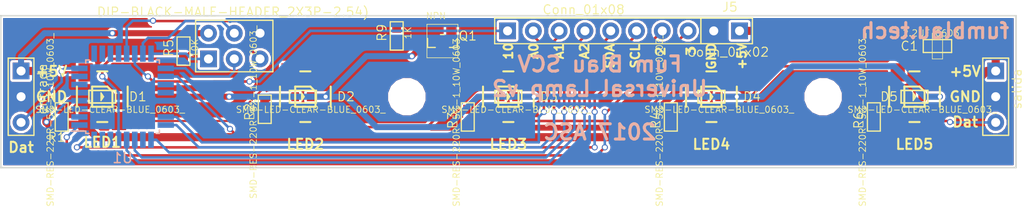
<source format=kicad_pcb>
(kicad_pcb (version 4) (host pcbnew 4.0.7-e2-6376~58~ubuntu16.04.1)

  (general
    (links 61)
    (no_connects 0)
    (area 48.7274 133.2274 151.1075 154.107101)
    (thickness 1.6)
    (drawings 23)
    (tracks 289)
    (zones 0)
    (modules 27)
    (nets 29)
  )

  (page A4)
  (layers
    (0 F.Cu signal)
    (31 B.Cu signal)
    (32 B.Adhes user)
    (33 F.Adhes user)
    (34 B.Paste user)
    (35 F.Paste user)
    (36 B.SilkS user)
    (37 F.SilkS user)
    (38 B.Mask user)
    (39 F.Mask user)
    (40 Dwgs.User user)
    (41 Cmts.User user)
    (42 Eco1.User user)
    (43 Eco2.User user)
    (44 Edge.Cuts user)
    (45 Margin user)
    (46 B.CrtYd user)
    (47 F.CrtYd user)
    (48 B.Fab user)
    (49 F.Fab user)
  )

  (setup
    (last_trace_width 0.25)
    (trace_clearance 0.25)
    (zone_clearance 0.15)
    (zone_45_only no)
    (trace_min 0.15)
    (segment_width 0.2)
    (edge_width 0.15)
    (via_size 0.6)
    (via_drill 0.4)
    (via_min_size 0.4)
    (via_min_drill 0.3)
    (uvia_size 0.3)
    (uvia_drill 0.1)
    (uvias_allowed no)
    (uvia_min_size 0.2)
    (uvia_min_drill 0.1)
    (pcb_text_width 0.3)
    (pcb_text_size 1.5 1.5)
    (mod_edge_width 0.15)
    (mod_text_size 1 1)
    (mod_text_width 0.15)
    (pad_size 1.524 1.524)
    (pad_drill 0.762)
    (pad_to_mask_clearance 0.2)
    (aux_axis_origin 0 0)
    (grid_origin 50 150)
    (visible_elements FFFEFF7F)
    (pcbplotparams
      (layerselection 0x010f0_80000001)
      (usegerberextensions true)
      (excludeedgelayer true)
      (linewidth 0.100000)
      (plotframeref false)
      (viasonmask false)
      (mode 1)
      (useauxorigin false)
      (hpglpennumber 1)
      (hpglpenspeed 20)
      (hpglpendiameter 15)
      (hpglpenoverlay 2)
      (psnegative false)
      (psa4output false)
      (plotreference true)
      (plotvalue false)
      (plotinvisibletext false)
      (padsonsilk false)
      (subtractmaskfromsilk false)
      (outputformat 1)
      (mirror false)
      (drillshape 0)
      (scaleselection 1)
      (outputdirectory gerbers/))
  )

  (net 0 "")
  (net 1 "Net-(D1-Pad+)")
  (net 2 "Net-(D1-Pad-)")
  (net 3 "Net-(D2-Pad+)")
  (net 4 "Net-(D3-Pad+)")
  (net 5 "Net-(D4-Pad+)")
  (net 6 "Net-(D5-Pad+)")
  (net 7 +5V)
  (net 8 GND)
  (net 9 /datos_led_in)
  (net 10 /datos_led_out)
  (net 11 /miso)
  (net 12 /clk)
  (net 13 /reset)
  (net 14 /mosi)
  (net 15 "Net-(LED1-Pad2)")
  (net 16 "Net-(LED2-Pad2)")
  (net 17 "Net-(LED3-Pad2)")
  (net 18 "Net-(LED4-Pad2)")
  (net 19 "Net-(Q1-Pad1)")
  (net 20 /pwm1)
  (net 21 /pwm2)
  (net 22 /a0)
  (net 23 /a1)
  (net 24 /a2)
  (net 25 /sda)
  (net 26 /scl)
  (net 27 /int0)
  (net 28 /int1)

  (net_class Default "Esta es la clase de red por defecto."
    (clearance 0.25)
    (trace_width 0.25)
    (via_dia 0.6)
    (via_drill 0.4)
    (uvia_dia 0.3)
    (uvia_drill 0.1)
    (add_net +5V)
    (add_net /a0)
    (add_net /a1)
    (add_net /a2)
    (add_net /clk)
    (add_net /datos_led_in)
    (add_net /datos_led_out)
    (add_net /int0)
    (add_net /int1)
    (add_net /miso)
    (add_net /mosi)
    (add_net /pwm1)
    (add_net /pwm2)
    (add_net /reset)
    (add_net /scl)
    (add_net /sda)
    (add_net GND)
    (add_net "Net-(D1-Pad+)")
    (add_net "Net-(D1-Pad-)")
    (add_net "Net-(D2-Pad+)")
    (add_net "Net-(D3-Pad+)")
    (add_net "Net-(D4-Pad+)")
    (add_net "Net-(D5-Pad+)")
    (add_net "Net-(LED1-Pad2)")
    (add_net "Net-(LED2-Pad2)")
    (add_net "Net-(LED3-Pad2)")
    (add_net "Net-(LED4-Pad2)")
    (add_net "Net-(Q1-Pad1)")
  )

  (module Housings_QFP:TQFP-32_7x7mm_Pitch0.8mm (layer B.Cu) (tedit 58CC9A48) (tstamp 594A39CC)
    (at 62 143)
    (descr "32-Lead Plastic Thin Quad Flatpack (PT) - 7x7x1.0 mm Body, 2.00 mm [TQFP] (see Microchip Packaging Specification 00000049BS.pdf)")
    (tags "QFP 0.8")
    (path /59492997)
    (attr smd)
    (fp_text reference U1 (at 0 6.05) (layer B.SilkS)
      (effects (font (size 1 1) (thickness 0.15)) (justify mirror))
    )
    (fp_text value ATTINY88-AU (at 0 -6.05) (layer B.Fab)
      (effects (font (size 1 1) (thickness 0.15)) (justify mirror))
    )
    (fp_text user %R (at 0 0) (layer B.Fab)
      (effects (font (size 1 1) (thickness 0.15)) (justify mirror))
    )
    (fp_line (start -2.5 3.5) (end 3.5 3.5) (layer B.Fab) (width 0.15))
    (fp_line (start 3.5 3.5) (end 3.5 -3.5) (layer B.Fab) (width 0.15))
    (fp_line (start 3.5 -3.5) (end -3.5 -3.5) (layer B.Fab) (width 0.15))
    (fp_line (start -3.5 -3.5) (end -3.5 2.5) (layer B.Fab) (width 0.15))
    (fp_line (start -3.5 2.5) (end -2.5 3.5) (layer B.Fab) (width 0.15))
    (fp_line (start -5.3 5.3) (end -5.3 -5.3) (layer B.CrtYd) (width 0.05))
    (fp_line (start 5.3 5.3) (end 5.3 -5.3) (layer B.CrtYd) (width 0.05))
    (fp_line (start -5.3 5.3) (end 5.3 5.3) (layer B.CrtYd) (width 0.05))
    (fp_line (start -5.3 -5.3) (end 5.3 -5.3) (layer B.CrtYd) (width 0.05))
    (fp_line (start -3.625 3.625) (end -3.625 3.4) (layer B.SilkS) (width 0.15))
    (fp_line (start 3.625 3.625) (end 3.625 3.3) (layer B.SilkS) (width 0.15))
    (fp_line (start 3.625 -3.625) (end 3.625 -3.3) (layer B.SilkS) (width 0.15))
    (fp_line (start -3.625 -3.625) (end -3.625 -3.3) (layer B.SilkS) (width 0.15))
    (fp_line (start -3.625 3.625) (end -3.3 3.625) (layer B.SilkS) (width 0.15))
    (fp_line (start -3.625 -3.625) (end -3.3 -3.625) (layer B.SilkS) (width 0.15))
    (fp_line (start 3.625 -3.625) (end 3.3 -3.625) (layer B.SilkS) (width 0.15))
    (fp_line (start 3.625 3.625) (end 3.3 3.625) (layer B.SilkS) (width 0.15))
    (fp_line (start -3.625 3.4) (end -5.05 3.4) (layer B.SilkS) (width 0.15))
    (pad 1 smd rect (at -4.25 2.8) (size 1.6 0.55) (layers B.Cu B.Paste B.Mask)
      (net 28 /int1))
    (pad 2 smd rect (at -4.25 2) (size 1.6 0.55) (layers B.Cu B.Paste B.Mask))
    (pad 3 smd rect (at -4.25 1.2) (size 1.6 0.55) (layers B.Cu B.Paste B.Mask))
    (pad 4 smd rect (at -4.25 0.4) (size 1.6 0.55) (layers B.Cu B.Paste B.Mask)
      (net 7 +5V))
    (pad 5 smd rect (at -4.25 -0.4) (size 1.6 0.55) (layers B.Cu B.Paste B.Mask)
      (net 8 GND))
    (pad 6 smd rect (at -4.25 -1.2) (size 1.6 0.55) (layers B.Cu B.Paste B.Mask))
    (pad 7 smd rect (at -4.25 -2) (size 1.6 0.55) (layers B.Cu B.Paste B.Mask))
    (pad 8 smd rect (at -4.25 -2.8) (size 1.6 0.55) (layers B.Cu B.Paste B.Mask)
      (net 9 /datos_led_in))
    (pad 9 smd rect (at -2.8 -4.25 270) (size 1.6 0.55) (layers B.Cu B.Paste B.Mask))
    (pad 10 smd rect (at -2 -4.25 270) (size 1.6 0.55) (layers B.Cu B.Paste B.Mask))
    (pad 11 smd rect (at -1.2 -4.25 270) (size 1.6 0.55) (layers B.Cu B.Paste B.Mask))
    (pad 12 smd rect (at -0.4 -4.25 270) (size 1.6 0.55) (layers B.Cu B.Paste B.Mask))
    (pad 13 smd rect (at 0.4 -4.25 270) (size 1.6 0.55) (layers B.Cu B.Paste B.Mask)
      (net 20 /pwm1))
    (pad 14 smd rect (at 1.2 -4.25 270) (size 1.6 0.55) (layers B.Cu B.Paste B.Mask)
      (net 21 /pwm2))
    (pad 15 smd rect (at 2 -4.25 270) (size 1.6 0.55) (layers B.Cu B.Paste B.Mask)
      (net 14 /mosi))
    (pad 16 smd rect (at 2.8 -4.25 270) (size 1.6 0.55) (layers B.Cu B.Paste B.Mask)
      (net 11 /miso))
    (pad 17 smd rect (at 4.25 -2.8) (size 1.6 0.55) (layers B.Cu B.Paste B.Mask)
      (net 12 /clk))
    (pad 18 smd rect (at 4.25 -2) (size 1.6 0.55) (layers B.Cu B.Paste B.Mask)
      (net 7 +5V))
    (pad 19 smd rect (at 4.25 -1.2) (size 1.6 0.55) (layers B.Cu B.Paste B.Mask))
    (pad 20 smd rect (at 4.25 -0.4) (size 1.6 0.55) (layers B.Cu B.Paste B.Mask))
    (pad 21 smd rect (at 4.25 0.4) (size 1.6 0.55) (layers B.Cu B.Paste B.Mask)
      (net 8 GND))
    (pad 22 smd rect (at 4.25 1.2) (size 1.6 0.55) (layers B.Cu B.Paste B.Mask))
    (pad 23 smd rect (at 4.25 2) (size 1.6 0.55) (layers B.Cu B.Paste B.Mask)
      (net 22 /a0))
    (pad 24 smd rect (at 4.25 2.8) (size 1.6 0.55) (layers B.Cu B.Paste B.Mask)
      (net 23 /a1))
    (pad 25 smd rect (at 2.8 4.25 270) (size 1.6 0.55) (layers B.Cu B.Paste B.Mask)
      (net 24 /a2))
    (pad 26 smd rect (at 2 4.25 270) (size 1.6 0.55) (layers B.Cu B.Paste B.Mask))
    (pad 27 smd rect (at 1.2 4.25 270) (size 1.6 0.55) (layers B.Cu B.Paste B.Mask)
      (net 25 /sda))
    (pad 28 smd rect (at 0.4 4.25 270) (size 1.6 0.55) (layers B.Cu B.Paste B.Mask)
      (net 26 /scl))
    (pad 29 smd rect (at -0.4 4.25 270) (size 1.6 0.55) (layers B.Cu B.Paste B.Mask)
      (net 13 /reset))
    (pad 30 smd rect (at -1.2 4.25 270) (size 1.6 0.55) (layers B.Cu B.Paste B.Mask))
    (pad 31 smd rect (at -2 4.25 270) (size 1.6 0.55) (layers B.Cu B.Paste B.Mask))
    (pad 32 smd rect (at -2.8 4.25 270) (size 1.6 0.55) (layers B.Cu B.Paste B.Mask)
      (net 27 /int0))
    (model Housings_QFP.3dshapes/TQFP-32_7x7mm_Pitch0.8mm.wrl
      (at (xyz 0 0 0))
      (scale (xyz 1 1 1))
      (rotate (xyz 0 0 0))
    )
  )

  (module SeeedOPL-Transistor-2016:SOT-23 (layer F.Cu) (tedit 200000) (tstamp 594A3972)
    (at 93.5 137.5 180)
    (descr SOT23)
    (tags SOT23)
    (path /59492B05)
    (attr smd)
    (fp_text reference Q1 (at -2.5 0.5 180) (layer F.SilkS)
      (effects (font (size 0.889 0.889) (thickness 0.1016)))
    )
    (fp_text value NPN (at 0.635 2.4765 180) (layer F.SilkS)
      (effects (font (size 0.635 0.635) (thickness 0.0762)))
    )
    (fp_line (start -0.2286 -0.7112) (end 0.2286 -0.7112) (layer Dwgs.User) (width 0.06604))
    (fp_line (start 0.2286 -0.7112) (end 0.2286 -1.29286) (layer Dwgs.User) (width 0.06604))
    (fp_line (start -0.2286 -1.29286) (end 0.2286 -1.29286) (layer Dwgs.User) (width 0.06604))
    (fp_line (start -0.2286 -0.7112) (end -0.2286 -1.29286) (layer Dwgs.User) (width 0.06604))
    (fp_line (start 0.7112 1.29286) (end 1.1684 1.29286) (layer Dwgs.User) (width 0.06604))
    (fp_line (start 1.1684 1.29286) (end 1.1684 0.7112) (layer Dwgs.User) (width 0.06604))
    (fp_line (start 0.7112 0.7112) (end 1.1684 0.7112) (layer Dwgs.User) (width 0.06604))
    (fp_line (start 0.7112 1.29286) (end 0.7112 0.7112) (layer Dwgs.User) (width 0.06604))
    (fp_line (start -1.1684 1.29286) (end -0.7112 1.29286) (layer Dwgs.User) (width 0.06604))
    (fp_line (start -0.7112 1.29286) (end -0.7112 0.7112) (layer Dwgs.User) (width 0.06604))
    (fp_line (start -1.1684 0.7112) (end -0.7112 0.7112) (layer Dwgs.User) (width 0.06604))
    (fp_line (start -1.1684 1.29286) (end -1.1684 0.7112) (layer Dwgs.User) (width 0.06604))
    (fp_line (start -1.524 1.651) (end 1.524 1.651) (layer F.SilkS) (width 0.06604))
    (fp_line (start 1.524 1.651) (end 1.524 -1.651) (layer F.SilkS) (width 0.06604))
    (fp_line (start -1.524 -1.651) (end 1.524 -1.651) (layer F.SilkS) (width 0.06604))
    (fp_line (start -1.524 1.651) (end -1.524 -1.651) (layer F.SilkS) (width 0.06604))
    (fp_line (start -0.1905 0.635) (end 0.1905 0.635) (layer F.SilkS) (width 0.127))
    (fp_line (start 1.4605 0.254) (end 1.4605 -0.635) (layer F.SilkS) (width 0.127))
    (fp_line (start 1.4605 -0.635) (end 0.6985 -0.635) (layer F.SilkS) (width 0.127))
    (fp_line (start -0.6985 -0.635) (end -1.4605 -0.635) (layer F.SilkS) (width 0.127))
    (fp_line (start -1.4605 -0.635) (end -1.4605 0.254) (layer F.SilkS) (width 0.127))
    (pad 1 smd rect (at -0.889 1.016) (size 1.016 1.143) (layers F.Cu F.Paste F.Mask)
      (net 19 "Net-(Q1-Pad1)"))
    (pad 2 smd rect (at 0.889 1.016 180) (size 1.016 1.143) (layers F.Cu F.Paste F.Mask)
      (net 8 GND))
    (pad 3 smd rect (at 0 -1.016 180) (size 1.016 1.143) (layers F.Cu F.Paste F.Mask)
      (net 2 "Net-(D1-Pad-)"))
  )

  (module SeeedOPL-Resistor-2016:R0603 (layer F.Cu) (tedit 200000) (tstamp 594A3990)
    (at 68 138.5)
    (path /594A6E2B)
    (attr smd)
    (fp_text reference R5 (at -1.4605 -0.3175 90) (layer F.SilkS)
      (effects (font (size 0.889 0.889) (thickness 0.1016)))
    )
    (fp_text value 10K (at 1.11506 -0.29972 90) (layer F.SilkS)
      (effects (font (size 0.635 0.635) (thickness 0.0762)))
    )
    (fp_line (start 0.635 -1.397) (end 0.635 1.397) (layer F.SilkS) (width 0.127))
    (fp_line (start 0.635 1.397) (end -0.635 1.397) (layer F.SilkS) (width 0.127))
    (fp_line (start -0.635 1.397) (end -0.635 -1.397) (layer F.SilkS) (width 0.127))
    (fp_line (start -0.635 -1.397) (end 0.635 -1.397) (layer F.SilkS) (width 0.127))
    (pad 1 smd rect (at 0 -0.762 270) (size 0.889 0.889) (layers F.Cu F.Paste F.Mask)
      (net 7 +5V))
    (pad 2 smd rect (at 0 0.762 270) (size 0.889 0.889) (layers F.Cu F.Paste F.Mask)
      (net 13 /reset))
  )

  (module SeeedOPL-LED-2016:LED-0603 (layer F.Cu) (tedit 200000) (tstamp 594A38EB)
    (at 60 143)
    (path /594929E0)
    (attr smd)
    (fp_text reference D1 (at 3.5 0) (layer F.SilkS)
      (effects (font (size 0.889 0.889) (thickness 0.1016)))
    )
    (fp_text value SMD-LED-CLEAR-BLUE_0603_ (at 0.762 1.27) (layer F.SilkS)
      (effects (font (size 0.635 0.635) (thickness 0.0762)))
    )
    (fp_line (start -1.27 0.5715) (end 1.27 0.5715) (layer F.SilkS) (width 0.06604))
    (fp_line (start 1.27 0.5715) (end 1.27 -0.5715) (layer F.SilkS) (width 0.06604))
    (fp_line (start -1.27 -0.5715) (end 1.27 -0.5715) (layer F.SilkS) (width 0.06604))
    (fp_line (start -1.27 0.5715) (end -1.27 -0.5715) (layer F.SilkS) (width 0.06604))
    (fp_line (start -1.3335 -0.635) (end 1.3335 -0.635) (layer F.SilkS) (width 0.127))
    (fp_line (start 1.3335 -0.635) (end 1.3335 0.635) (layer F.SilkS) (width 0.127))
    (fp_line (start 1.3335 0.635) (end -1.3335 0.635) (layer F.SilkS) (width 0.127))
    (fp_line (start -1.3335 0.635) (end -1.3335 -0.635) (layer F.SilkS) (width 0.127))
    (fp_line (start -0.127 -0.381) (end -0.127 0.381) (layer F.SilkS) (width 0.127))
    (fp_line (start -0.127 0.381) (end 0 0.1905) (layer F.SilkS) (width 0.127))
    (fp_line (start 0 0.1905) (end 0.127 0) (layer F.SilkS) (width 0.127))
    (fp_line (start 0.127 0) (end 0 -0.1905) (layer F.SilkS) (width 0.127))
    (fp_line (start 0 -0.1905) (end -0.127 -0.381) (layer F.SilkS) (width 0.127))
    (fp_line (start -0.0635 -0.254) (end -0.0635 0.254) (layer F.SilkS) (width 0.127))
    (fp_line (start 0 -0.1905) (end 0 0.1905) (layer F.SilkS) (width 0.127))
    (pad + smd rect (at -0.762 0) (size 0.762 0.889) (layers F.Cu F.Paste F.Mask)
      (net 1 "Net-(D1-Pad+)"))
    (pad - smd rect (at 0.762 0) (size 0.762 0.889) (layers F.Cu F.Paste F.Mask)
      (net 2 "Net-(D1-Pad-)"))
  )

  (module SeeedOPL-LED-2016:LED-0603 (layer F.Cu) (tedit 200000) (tstamp 594A38F1)
    (at 79.762 143)
    (path /59492A1F)
    (attr smd)
    (fp_text reference D2 (at 4.238 0) (layer F.SilkS)
      (effects (font (size 0.889 0.889) (thickness 0.1016)))
    )
    (fp_text value SMD-LED-CLEAR-BLUE_0603_ (at 0.762 1.27) (layer F.SilkS)
      (effects (font (size 0.635 0.635) (thickness 0.0762)))
    )
    (fp_line (start -1.27 0.5715) (end 1.27 0.5715) (layer F.SilkS) (width 0.06604))
    (fp_line (start 1.27 0.5715) (end 1.27 -0.5715) (layer F.SilkS) (width 0.06604))
    (fp_line (start -1.27 -0.5715) (end 1.27 -0.5715) (layer F.SilkS) (width 0.06604))
    (fp_line (start -1.27 0.5715) (end -1.27 -0.5715) (layer F.SilkS) (width 0.06604))
    (fp_line (start -1.3335 -0.635) (end 1.3335 -0.635) (layer F.SilkS) (width 0.127))
    (fp_line (start 1.3335 -0.635) (end 1.3335 0.635) (layer F.SilkS) (width 0.127))
    (fp_line (start 1.3335 0.635) (end -1.3335 0.635) (layer F.SilkS) (width 0.127))
    (fp_line (start -1.3335 0.635) (end -1.3335 -0.635) (layer F.SilkS) (width 0.127))
    (fp_line (start -0.127 -0.381) (end -0.127 0.381) (layer F.SilkS) (width 0.127))
    (fp_line (start -0.127 0.381) (end 0 0.1905) (layer F.SilkS) (width 0.127))
    (fp_line (start 0 0.1905) (end 0.127 0) (layer F.SilkS) (width 0.127))
    (fp_line (start 0.127 0) (end 0 -0.1905) (layer F.SilkS) (width 0.127))
    (fp_line (start 0 -0.1905) (end -0.127 -0.381) (layer F.SilkS) (width 0.127))
    (fp_line (start -0.0635 -0.254) (end -0.0635 0.254) (layer F.SilkS) (width 0.127))
    (fp_line (start 0 -0.1905) (end 0 0.1905) (layer F.SilkS) (width 0.127))
    (pad + smd rect (at -0.762 0) (size 0.762 0.889) (layers F.Cu F.Paste F.Mask)
      (net 3 "Net-(D2-Pad+)"))
    (pad - smd rect (at 0.762 0) (size 0.762 0.889) (layers F.Cu F.Paste F.Mask)
      (net 2 "Net-(D1-Pad-)"))
  )

  (module SeeedOPL-LED-2016:LED-0603 (layer F.Cu) (tedit 200000) (tstamp 594A38F7)
    (at 100 143)
    (path /59492A4C)
    (attr smd)
    (fp_text reference D3 (at 4 0) (layer F.SilkS)
      (effects (font (size 0.889 0.889) (thickness 0.1016)))
    )
    (fp_text value SMD-LED-CLEAR-BLUE_0603_ (at 0.762 1.27) (layer F.SilkS)
      (effects (font (size 0.635 0.635) (thickness 0.0762)))
    )
    (fp_line (start -1.27 0.5715) (end 1.27 0.5715) (layer F.SilkS) (width 0.06604))
    (fp_line (start 1.27 0.5715) (end 1.27 -0.5715) (layer F.SilkS) (width 0.06604))
    (fp_line (start -1.27 -0.5715) (end 1.27 -0.5715) (layer F.SilkS) (width 0.06604))
    (fp_line (start -1.27 0.5715) (end -1.27 -0.5715) (layer F.SilkS) (width 0.06604))
    (fp_line (start -1.3335 -0.635) (end 1.3335 -0.635) (layer F.SilkS) (width 0.127))
    (fp_line (start 1.3335 -0.635) (end 1.3335 0.635) (layer F.SilkS) (width 0.127))
    (fp_line (start 1.3335 0.635) (end -1.3335 0.635) (layer F.SilkS) (width 0.127))
    (fp_line (start -1.3335 0.635) (end -1.3335 -0.635) (layer F.SilkS) (width 0.127))
    (fp_line (start -0.127 -0.381) (end -0.127 0.381) (layer F.SilkS) (width 0.127))
    (fp_line (start -0.127 0.381) (end 0 0.1905) (layer F.SilkS) (width 0.127))
    (fp_line (start 0 0.1905) (end 0.127 0) (layer F.SilkS) (width 0.127))
    (fp_line (start 0.127 0) (end 0 -0.1905) (layer F.SilkS) (width 0.127))
    (fp_line (start 0 -0.1905) (end -0.127 -0.381) (layer F.SilkS) (width 0.127))
    (fp_line (start -0.0635 -0.254) (end -0.0635 0.254) (layer F.SilkS) (width 0.127))
    (fp_line (start 0 -0.1905) (end 0 0.1905) (layer F.SilkS) (width 0.127))
    (pad + smd rect (at -0.762 0) (size 0.762 0.889) (layers F.Cu F.Paste F.Mask)
      (net 4 "Net-(D3-Pad+)"))
    (pad - smd rect (at 0.762 0) (size 0.762 0.889) (layers F.Cu F.Paste F.Mask)
      (net 2 "Net-(D1-Pad-)"))
  )

  (module SeeedOPL-LED-2016:LED-0603 (layer F.Cu) (tedit 200000) (tstamp 594A38FD)
    (at 120 143)
    (path /59492A8E)
    (attr smd)
    (fp_text reference D4 (at 4 0) (layer F.SilkS)
      (effects (font (size 0.889 0.889) (thickness 0.1016)))
    )
    (fp_text value SMD-LED-CLEAR-BLUE_0603_ (at 0.762 1.27) (layer F.SilkS)
      (effects (font (size 0.635 0.635) (thickness 0.0762)))
    )
    (fp_line (start -1.27 0.5715) (end 1.27 0.5715) (layer F.SilkS) (width 0.06604))
    (fp_line (start 1.27 0.5715) (end 1.27 -0.5715) (layer F.SilkS) (width 0.06604))
    (fp_line (start -1.27 -0.5715) (end 1.27 -0.5715) (layer F.SilkS) (width 0.06604))
    (fp_line (start -1.27 0.5715) (end -1.27 -0.5715) (layer F.SilkS) (width 0.06604))
    (fp_line (start -1.3335 -0.635) (end 1.3335 -0.635) (layer F.SilkS) (width 0.127))
    (fp_line (start 1.3335 -0.635) (end 1.3335 0.635) (layer F.SilkS) (width 0.127))
    (fp_line (start 1.3335 0.635) (end -1.3335 0.635) (layer F.SilkS) (width 0.127))
    (fp_line (start -1.3335 0.635) (end -1.3335 -0.635) (layer F.SilkS) (width 0.127))
    (fp_line (start -0.127 -0.381) (end -0.127 0.381) (layer F.SilkS) (width 0.127))
    (fp_line (start -0.127 0.381) (end 0 0.1905) (layer F.SilkS) (width 0.127))
    (fp_line (start 0 0.1905) (end 0.127 0) (layer F.SilkS) (width 0.127))
    (fp_line (start 0.127 0) (end 0 -0.1905) (layer F.SilkS) (width 0.127))
    (fp_line (start 0 -0.1905) (end -0.127 -0.381) (layer F.SilkS) (width 0.127))
    (fp_line (start -0.0635 -0.254) (end -0.0635 0.254) (layer F.SilkS) (width 0.127))
    (fp_line (start 0 -0.1905) (end 0 0.1905) (layer F.SilkS) (width 0.127))
    (pad + smd rect (at -0.762 0) (size 0.762 0.889) (layers F.Cu F.Paste F.Mask)
      (net 5 "Net-(D4-Pad+)"))
    (pad - smd rect (at 0.762 0) (size 0.762 0.889) (layers F.Cu F.Paste F.Mask)
      (net 2 "Net-(D1-Pad-)"))
  )

  (module SeeedOPL-LED-2016:LED-0603 (layer F.Cu) (tedit 200000) (tstamp 594A3903)
    (at 140 143)
    (path /59492AD3)
    (attr smd)
    (fp_text reference D5 (at -2.5 0) (layer F.SilkS)
      (effects (font (size 0.889 0.889) (thickness 0.1016)))
    )
    (fp_text value SMD-LED-CLEAR-BLUE_0603_ (at 0.762 1.27) (layer F.SilkS)
      (effects (font (size 0.635 0.635) (thickness 0.0762)))
    )
    (fp_line (start -1.27 0.5715) (end 1.27 0.5715) (layer F.SilkS) (width 0.06604))
    (fp_line (start 1.27 0.5715) (end 1.27 -0.5715) (layer F.SilkS) (width 0.06604))
    (fp_line (start -1.27 -0.5715) (end 1.27 -0.5715) (layer F.SilkS) (width 0.06604))
    (fp_line (start -1.27 0.5715) (end -1.27 -0.5715) (layer F.SilkS) (width 0.06604))
    (fp_line (start -1.3335 -0.635) (end 1.3335 -0.635) (layer F.SilkS) (width 0.127))
    (fp_line (start 1.3335 -0.635) (end 1.3335 0.635) (layer F.SilkS) (width 0.127))
    (fp_line (start 1.3335 0.635) (end -1.3335 0.635) (layer F.SilkS) (width 0.127))
    (fp_line (start -1.3335 0.635) (end -1.3335 -0.635) (layer F.SilkS) (width 0.127))
    (fp_line (start -0.127 -0.381) (end -0.127 0.381) (layer F.SilkS) (width 0.127))
    (fp_line (start -0.127 0.381) (end 0 0.1905) (layer F.SilkS) (width 0.127))
    (fp_line (start 0 0.1905) (end 0.127 0) (layer F.SilkS) (width 0.127))
    (fp_line (start 0.127 0) (end 0 -0.1905) (layer F.SilkS) (width 0.127))
    (fp_line (start 0 -0.1905) (end -0.127 -0.381) (layer F.SilkS) (width 0.127))
    (fp_line (start -0.0635 -0.254) (end -0.0635 0.254) (layer F.SilkS) (width 0.127))
    (fp_line (start 0 -0.1905) (end 0 0.1905) (layer F.SilkS) (width 0.127))
    (pad + smd rect (at -0.762 0) (size 0.762 0.889) (layers F.Cu F.Paste F.Mask)
      (net 6 "Net-(D5-Pad+)"))
    (pad - smd rect (at 0.762 0) (size 0.762 0.889) (layers F.Cu F.Paste F.Mask)
      (net 2 "Net-(D1-Pad-)"))
  )

  (module SeeedOPL-Connector-2016:H3-2.54 (layer F.Cu) (tedit 59BA5258) (tstamp 594A390A)
    (at 52 143)
    (path /594A7BE9)
    (attr virtual)
    (fp_text reference J1 (at -2.3495 -0.3175 90) (layer F.SilkS) hide
      (effects (font (size 0.889 0.889) (thickness 0.1016)))
    )
    (fp_text value entrada (at 2.0955 -0.762 90) (layer F.SilkS)
      (effects (font (size 0.889 0.889) (thickness 0.1016)))
    )
    (fp_line (start -1.27 3.81) (end 1.27 3.81) (layer F.SilkS) (width 0.06604))
    (fp_line (start 1.27 3.81) (end 1.27 -3.81) (layer F.SilkS) (width 0.06604))
    (fp_line (start -1.27 -3.81) (end 1.27 -3.81) (layer F.SilkS) (width 0.06604))
    (fp_line (start -1.27 3.81) (end -1.27 -3.81) (layer F.SilkS) (width 0.06604))
    (fp_line (start -1.27 -3.81) (end 1.27 -3.81) (layer F.SilkS) (width 0.127))
    (fp_line (start 1.27 -3.81) (end 1.27 3.81) (layer F.SilkS) (width 0.127))
    (fp_line (start 1.27 3.81) (end -1.27 3.81) (layer F.SilkS) (width 0.127))
    (fp_line (start -1.27 3.81) (end -1.27 -3.81) (layer F.SilkS) (width 0.127))
    (fp_line (start -1.27 -3.81) (end 1.27 -3.81) (layer F.SilkS) (width 0))
    (fp_line (start 1.27 -3.81) (end 1.27 3.81) (layer F.SilkS) (width 0))
    (fp_line (start 1.27 3.81) (end -1.27 3.81) (layer F.SilkS) (width 0))
    (fp_line (start -1.27 3.81) (end -1.27 -3.81) (layer F.SilkS) (width 0))
    (pad 1 thru_hole rect (at 0 -2.54) (size 1.651 1.651) (drill 0.889) (layers *.Cu *.Paste *.Mask)
      (net 7 +5V))
    (pad 2 thru_hole circle (at 0 0) (size 1.651 1.651) (drill 0.889) (layers *.Cu *.Paste *.Mask)
      (net 8 GND))
    (pad 3 thru_hole circle (at 0 2.54) (size 1.651 1.651) (drill 0.889) (layers *.Cu *.Paste *.Mask)
      (net 9 /datos_led_in))
  )

  (module SeeedOPL-Connector-2016:H3-2.54 (layer F.Cu) (tedit 59BA52A3) (tstamp 594A3911)
    (at 148 143)
    (path /594A801A)
    (attr virtual)
    (fp_text reference J2 (at -2.3495 -0.3175 90) (layer F.SilkS) hide
      (effects (font (size 0.889 0.889) (thickness 0.1016)))
    )
    (fp_text value salida (at 2.0955 -0.762 90) (layer F.SilkS)
      (effects (font (size 0.889 0.889) (thickness 0.1016)))
    )
    (fp_line (start -1.27 3.81) (end 1.27 3.81) (layer F.SilkS) (width 0.06604))
    (fp_line (start 1.27 3.81) (end 1.27 -3.81) (layer F.SilkS) (width 0.06604))
    (fp_line (start -1.27 -3.81) (end 1.27 -3.81) (layer F.SilkS) (width 0.06604))
    (fp_line (start -1.27 3.81) (end -1.27 -3.81) (layer F.SilkS) (width 0.06604))
    (fp_line (start -1.27 -3.81) (end 1.27 -3.81) (layer F.SilkS) (width 0.127))
    (fp_line (start 1.27 -3.81) (end 1.27 3.81) (layer F.SilkS) (width 0.127))
    (fp_line (start 1.27 3.81) (end -1.27 3.81) (layer F.SilkS) (width 0.127))
    (fp_line (start -1.27 3.81) (end -1.27 -3.81) (layer F.SilkS) (width 0.127))
    (fp_line (start -1.27 -3.81) (end 1.27 -3.81) (layer F.SilkS) (width 0))
    (fp_line (start 1.27 -3.81) (end 1.27 3.81) (layer F.SilkS) (width 0))
    (fp_line (start 1.27 3.81) (end -1.27 3.81) (layer F.SilkS) (width 0))
    (fp_line (start -1.27 3.81) (end -1.27 -3.81) (layer F.SilkS) (width 0))
    (pad 1 thru_hole rect (at 0 -2.54) (size 1.651 1.651) (drill 0.889) (layers *.Cu *.Paste *.Mask)
      (net 7 +5V))
    (pad 2 thru_hole circle (at 0 0) (size 1.651 1.651) (drill 0.889) (layers *.Cu *.Paste *.Mask)
      (net 8 GND))
    (pad 3 thru_hole circle (at 0 2.54) (size 1.651 1.651) (drill 0.889) (layers *.Cu *.Paste *.Mask)
      (net 10 /datos_led_out))
  )

  (module SeeedOPL-Connector-2016:H2X3-2.54 (layer F.Cu) (tedit 59BA5282) (tstamp 594A391B)
    (at 73 138 90)
    (path /594A6B68)
    (attr virtual)
    (fp_text reference J3 (at -3.61696 0.3175 180) (layer F.SilkS) hide
      (effects (font (size 0.889 0.889) (thickness 0.1016)))
    )
    (fp_text value "DIP-BLACK-MALE-HEADER_2X3P-2.54)" (at 3.3655 -0.127 180) (layer F.SilkS)
      (effects (font (size 0.889 0.889) (thickness 0.1016)))
    )
    (fp_line (start -2.54 3.81) (end 2.54 3.81) (layer F.SilkS) (width 0.06604))
    (fp_line (start 2.54 3.81) (end 2.54 -3.81) (layer F.SilkS) (width 0.06604))
    (fp_line (start -2.54 -3.81) (end 2.54 -3.81) (layer F.SilkS) (width 0.06604))
    (fp_line (start -2.54 3.81) (end -2.54 -3.81) (layer F.SilkS) (width 0.06604))
    (fp_line (start -2.54 -3.81) (end 2.54 -3.81) (layer F.SilkS) (width 0.127))
    (fp_line (start 2.54 -3.81) (end 2.54 3.81) (layer F.SilkS) (width 0.127))
    (fp_line (start 2.54 3.81) (end -2.54 3.81) (layer F.SilkS) (width 0.127))
    (fp_line (start -2.54 3.81) (end -2.54 -3.81) (layer F.SilkS) (width 0.127))
    (fp_line (start -2.54 -3.81) (end 2.54 -3.81) (layer F.SilkS) (width 0))
    (fp_line (start 2.54 -3.81) (end 2.54 3.81) (layer F.SilkS) (width 0))
    (fp_line (start 2.54 3.81) (end -2.54 3.81) (layer F.SilkS) (width 0))
    (fp_line (start -2.54 3.81) (end -2.54 -3.81) (layer F.SilkS) (width 0))
    (pad 1 thru_hole rect (at -1.27 -2.54 90) (size 1.651 1.651) (drill 0.889) (layers *.Cu *.Paste *.Mask)
      (net 11 /miso))
    (pad 2 thru_hole circle (at -1.27 0 90) (size 1.651 1.651) (drill 0.889) (layers *.Cu *.Paste *.Mask)
      (net 12 /clk))
    (pad 3 thru_hole circle (at -1.27 2.54 90) (size 1.651 1.651) (drill 0.889) (layers *.Cu *.Paste *.Mask)
      (net 13 /reset))
    (pad 4 thru_hole circle (at 1.27 2.54 90) (size 1.651 1.651) (drill 0.889) (layers *.Cu *.Paste *.Mask)
      (net 8 GND))
    (pad 5 thru_hole circle (at 1.27 0 90) (size 1.651 1.651) (drill 0.889) (layers *.Cu *.Paste *.Mask)
      (net 14 /mosi))
    (pad 6 thru_hole circle (at 1.27 -2.54 90) (size 1.651 1.651) (drill 0.889) (layers *.Cu *.Paste *.Mask)
      (net 7 +5V))
  )

  (module SeeedOPL-Resistor-2016:R0603 (layer F.Cu) (tedit 200000) (tstamp 594A3978)
    (at 56 145 180)
    (path /59492C0E)
    (attr smd)
    (fp_text reference R1 (at 0.5 -2 360) (layer F.SilkS)
      (effects (font (size 0.889 0.889) (thickness 0.1016)))
    )
    (fp_text value SMD-RES-220R-5%-1_10W_0603_ (at 1.11506 -0.29972 270) (layer F.SilkS)
      (effects (font (size 0.635 0.635) (thickness 0.0762)))
    )
    (fp_line (start 0.635 -1.397) (end 0.635 1.397) (layer F.SilkS) (width 0.127))
    (fp_line (start 0.635 1.397) (end -0.635 1.397) (layer F.SilkS) (width 0.127))
    (fp_line (start -0.635 1.397) (end -0.635 -1.397) (layer F.SilkS) (width 0.127))
    (fp_line (start -0.635 -1.397) (end 0.635 -1.397) (layer F.SilkS) (width 0.127))
    (pad 1 smd rect (at 0 -0.762 90) (size 0.889 0.889) (layers F.Cu F.Paste F.Mask)
      (net 7 +5V))
    (pad 2 smd rect (at 0 0.762 90) (size 0.889 0.889) (layers F.Cu F.Paste F.Mask)
      (net 1 "Net-(D1-Pad+)"))
  )

  (module SeeedOPL-Resistor-2016:R0603 (layer F.Cu) (tedit 200000) (tstamp 594A397E)
    (at 76 144.238 180)
    (path /59492C6D)
    (attr smd)
    (fp_text reference R2 (at 1.5 -0.262 270) (layer F.SilkS)
      (effects (font (size 0.889 0.889) (thickness 0.1016)))
    )
    (fp_text value SMD-RES-220R-5%-1_10W_0603_ (at 1.11506 -0.29972 270) (layer F.SilkS)
      (effects (font (size 0.635 0.635) (thickness 0.0762)))
    )
    (fp_line (start 0.635 -1.397) (end 0.635 1.397) (layer F.SilkS) (width 0.127))
    (fp_line (start 0.635 1.397) (end -0.635 1.397) (layer F.SilkS) (width 0.127))
    (fp_line (start -0.635 1.397) (end -0.635 -1.397) (layer F.SilkS) (width 0.127))
    (fp_line (start -0.635 -1.397) (end 0.635 -1.397) (layer F.SilkS) (width 0.127))
    (pad 1 smd rect (at 0 -0.762 90) (size 0.889 0.889) (layers F.Cu F.Paste F.Mask)
      (net 7 +5V))
    (pad 2 smd rect (at 0 0.762 90) (size 0.889 0.889) (layers F.Cu F.Paste F.Mask)
      (net 3 "Net-(D2-Pad+)"))
  )

  (module SeeedOPL-Resistor-2016:R0603 (layer F.Cu) (tedit 200000) (tstamp 594A3984)
    (at 96 145 180)
    (path /59492CB2)
    (attr smd)
    (fp_text reference R3 (at 1.5 -0.3175 270) (layer F.SilkS)
      (effects (font (size 0.889 0.889) (thickness 0.1016)))
    )
    (fp_text value SMD-RES-220R-5%-1_10W_0603_ (at 1.11506 -0.29972 270) (layer F.SilkS)
      (effects (font (size 0.635 0.635) (thickness 0.0762)))
    )
    (fp_line (start 0.635 -1.397) (end 0.635 1.397) (layer F.SilkS) (width 0.127))
    (fp_line (start 0.635 1.397) (end -0.635 1.397) (layer F.SilkS) (width 0.127))
    (fp_line (start -0.635 1.397) (end -0.635 -1.397) (layer F.SilkS) (width 0.127))
    (fp_line (start -0.635 -1.397) (end 0.635 -1.397) (layer F.SilkS) (width 0.127))
    (pad 1 smd rect (at 0 -0.762 90) (size 0.889 0.889) (layers F.Cu F.Paste F.Mask)
      (net 7 +5V))
    (pad 2 smd rect (at 0 0.762 90) (size 0.889 0.889) (layers F.Cu F.Paste F.Mask)
      (net 4 "Net-(D3-Pad+)"))
  )

  (module SeeedOPL-Resistor-2016:R0603 (layer F.Cu) (tedit 200000) (tstamp 594A398A)
    (at 116 145 180)
    (path /59492CF2)
    (attr smd)
    (fp_text reference R4 (at 1.5 -0.3175 270) (layer F.SilkS)
      (effects (font (size 0.889 0.889) (thickness 0.1016)))
    )
    (fp_text value SMD-RES-220R-5%-1_10W_0603_ (at 1.11506 -0.29972 270) (layer F.SilkS)
      (effects (font (size 0.635 0.635) (thickness 0.0762)))
    )
    (fp_line (start 0.635 -1.397) (end 0.635 1.397) (layer F.SilkS) (width 0.127))
    (fp_line (start 0.635 1.397) (end -0.635 1.397) (layer F.SilkS) (width 0.127))
    (fp_line (start -0.635 1.397) (end -0.635 -1.397) (layer F.SilkS) (width 0.127))
    (fp_line (start -0.635 -1.397) (end 0.635 -1.397) (layer F.SilkS) (width 0.127))
    (pad 1 smd rect (at 0 -0.762 90) (size 0.889 0.889) (layers F.Cu F.Paste F.Mask)
      (net 7 +5V))
    (pad 2 smd rect (at 0 0.762 90) (size 0.889 0.889) (layers F.Cu F.Paste F.Mask)
      (net 5 "Net-(D4-Pad+)"))
  )

  (module SeeedOPL-Resistor-2016:R0603 (layer F.Cu) (tedit 200000) (tstamp 594A3996)
    (at 136 145 180)
    (path /59492D35)
    (attr smd)
    (fp_text reference R6 (at 1.5 -0.3175 270) (layer F.SilkS)
      (effects (font (size 0.889 0.889) (thickness 0.1016)))
    )
    (fp_text value SMD-RES-220R-5%-1_10W_0603_ (at 1.11506 -0.29972 270) (layer F.SilkS)
      (effects (font (size 0.635 0.635) (thickness 0.0762)))
    )
    (fp_line (start 0.635 -1.397) (end 0.635 1.397) (layer F.SilkS) (width 0.127))
    (fp_line (start 0.635 1.397) (end -0.635 1.397) (layer F.SilkS) (width 0.127))
    (fp_line (start -0.635 1.397) (end -0.635 -1.397) (layer F.SilkS) (width 0.127))
    (fp_line (start -0.635 -1.397) (end 0.635 -1.397) (layer F.SilkS) (width 0.127))
    (pad 1 smd rect (at 0 -0.762 90) (size 0.889 0.889) (layers F.Cu F.Paste F.Mask)
      (net 7 +5V))
    (pad 2 smd rect (at 0 0.762 90) (size 0.889 0.889) (layers F.Cu F.Paste F.Mask)
      (net 6 "Net-(D5-Pad+)"))
  )

  (module SeeedOPL-Resistor-2016:R0603 (layer F.Cu) (tedit 200000) (tstamp 594A39A8)
    (at 89 137)
    (path /59493761)
    (attr smd)
    (fp_text reference R9 (at -1.4605 -0.3175 90) (layer F.SilkS)
      (effects (font (size 0.889 0.889) (thickness 0.1016)))
    )
    (fp_text value 1K (at 1.11506 -0.29972 90) (layer F.SilkS)
      (effects (font (size 0.635 0.635) (thickness 0.0762)))
    )
    (fp_line (start 0.635 -1.397) (end 0.635 1.397) (layer F.SilkS) (width 0.127))
    (fp_line (start 0.635 1.397) (end -0.635 1.397) (layer F.SilkS) (width 0.127))
    (fp_line (start -0.635 1.397) (end -0.635 -1.397) (layer F.SilkS) (width 0.127))
    (fp_line (start -0.635 -1.397) (end 0.635 -1.397) (layer F.SilkS) (width 0.127))
    (pad 1 smd rect (at 0 -0.762 270) (size 0.889 0.889) (layers F.Cu F.Paste F.Mask)
      (net 20 /pwm1))
    (pad 2 smd rect (at 0 0.762 270) (size 0.889 0.889) (layers F.Cu F.Paste F.Mask)
      (net 19 "Net-(Q1-Pad1)"))
  )

  (module WS2812B:WS2812B (layer F.Cu) (tedit 53BEE615) (tstamp 594A3C94)
    (at 60 143 180)
    (path /594A32DF)
    (fp_text reference LED1 (at 0 -4.5 180) (layer F.SilkS)
      (effects (font (size 1 1) (thickness 0.2)))
    )
    (fp_text value WS2812B (at 0 4.8 180) (layer F.SilkS) hide
      (effects (font (size 1 1) (thickness 0.2)))
    )
    (fp_line (start -1 -1) (end 1 -1) (layer F.SilkS) (width 0.2))
    (fp_line (start 1 -1) (end 1 1) (layer F.SilkS) (width 0.2))
    (fp_line (start 1 1) (end -0.5 1) (layer F.SilkS) (width 0.2))
    (fp_line (start -0.5 1) (end -1 0.5) (layer F.SilkS) (width 0.2))
    (fp_line (start -1 0.5) (end -1 -1) (layer F.SilkS) (width 0.2))
    (fp_line (start -2.5 -1) (end -2.5 1) (layer F.SilkS) (width 0.2))
    (fp_line (start -0.5 2.5) (end 0.5 2.5) (layer F.SilkS) (width 0.2))
    (fp_line (start 2.5 -1) (end 2.5 1) (layer F.SilkS) (width 0.2))
    (fp_line (start -0.5 -2.5) (end 0.5 -2.5) (layer F.SilkS) (width 0.2))
    (fp_line (start 2.1 2.5) (end 2.5 2.5) (layer Dwgs.User) (width 0.2))
    (fp_line (start -1.2 2.5) (end 1.2 2.5) (layer Dwgs.User) (width 0.2))
    (fp_line (start -2.5 2.5) (end -2.1 2.5) (layer Dwgs.User) (width 0.2))
    (fp_line (start 2.1 -2.5) (end 2.5 -2.5) (layer Dwgs.User) (width 0.2))
    (fp_line (start -1.2 -2.5) (end 1.2 -2.5) (layer Dwgs.User) (width 0.2))
    (fp_line (start -2.5 -2.5) (end -2.1 -2.5) (layer Dwgs.User) (width 0.2))
    (fp_line (start -2.1 -2.7) (end -1.2 -2.7) (layer Dwgs.User) (width 0.2))
    (fp_line (start -1.2 -2.7) (end -1.2 -1.8) (layer Dwgs.User) (width 0.2))
    (fp_line (start -1.2 -1.8) (end -2.1 -1.8) (layer Dwgs.User) (width 0.2))
    (fp_line (start -2.1 -1.8) (end -2.1 -2.7) (layer Dwgs.User) (width 0.2))
    (fp_line (start 2.1 -2.7) (end 1.2 -2.7) (layer Dwgs.User) (width 0.2))
    (fp_line (start 1.2 -2.7) (end 1.2 -1.8) (layer Dwgs.User) (width 0.2))
    (fp_line (start 1.2 -1.8) (end 2.1 -1.8) (layer Dwgs.User) (width 0.2))
    (fp_line (start 2.1 -1.8) (end 2.1 -2.7) (layer Dwgs.User) (width 0.2))
    (fp_line (start -2.1 2.7) (end -2.1 1.8) (layer Dwgs.User) (width 0.2))
    (fp_line (start -2.1 1.8) (end -1.2 1.8) (layer Dwgs.User) (width 0.2))
    (fp_line (start -1.2 1.8) (end -1.2 2.7) (layer Dwgs.User) (width 0.2))
    (fp_line (start -1.2 2.7) (end -2.1 2.7) (layer Dwgs.User) (width 0.2))
    (fp_line (start 1.2 2.7) (end 1.2 1.8) (layer Dwgs.User) (width 0.2))
    (fp_line (start 1.2 1.8) (end 2.1 1.8) (layer Dwgs.User) (width 0.2))
    (fp_line (start 2.1 1.8) (end 2.1 2.7) (layer Dwgs.User) (width 0.2))
    (fp_line (start 2.1 2.7) (end 1.2 2.7) (layer Dwgs.User) (width 0.2))
    (fp_line (start 2.5 -2.5) (end 2.5 2.5) (layer Dwgs.User) (width 0.2))
    (fp_line (start -2.49936 2.49936) (end -2.49936 -2.49936) (layer Dwgs.User) (width 0.2))
    (pad 1 smd rect (at 1.65 -2.4 180) (size 1.4 1.8) (layers F.Cu F.Paste F.Mask)
      (net 7 +5V))
    (pad 2 smd rect (at -1.65 -2.4 180) (size 1.4 1.8) (layers F.Cu F.Paste F.Mask)
      (net 15 "Net-(LED1-Pad2)"))
    (pad 3 smd rect (at -1.65 2.4 180) (size 1.4 1.8) (layers F.Cu F.Paste F.Mask)
      (net 8 GND))
    (pad 4 smd rect (at 1.65 2.4 180) (size 1.4 1.8) (layers F.Cu F.Paste F.Mask)
      (net 9 /datos_led_in))
  )

  (module WS2812B:WS2812B (layer F.Cu) (tedit 53BEE615) (tstamp 594A3C9B)
    (at 80 143 180)
    (path /594A4BA2)
    (fp_text reference LED2 (at 0 -4.7 180) (layer F.SilkS)
      (effects (font (size 1 1) (thickness 0.2)))
    )
    (fp_text value WS2812B (at 0 4.8 180) (layer F.SilkS) hide
      (effects (font (size 1 1) (thickness 0.2)))
    )
    (fp_line (start -1 -1) (end 1 -1) (layer F.SilkS) (width 0.2))
    (fp_line (start 1 -1) (end 1 1) (layer F.SilkS) (width 0.2))
    (fp_line (start 1 1) (end -0.5 1) (layer F.SilkS) (width 0.2))
    (fp_line (start -0.5 1) (end -1 0.5) (layer F.SilkS) (width 0.2))
    (fp_line (start -1 0.5) (end -1 -1) (layer F.SilkS) (width 0.2))
    (fp_line (start -2.5 -1) (end -2.5 1) (layer F.SilkS) (width 0.2))
    (fp_line (start -0.5 2.5) (end 0.5 2.5) (layer F.SilkS) (width 0.2))
    (fp_line (start 2.5 -1) (end 2.5 1) (layer F.SilkS) (width 0.2))
    (fp_line (start -0.5 -2.5) (end 0.5 -2.5) (layer F.SilkS) (width 0.2))
    (fp_line (start 2.1 2.5) (end 2.5 2.5) (layer Dwgs.User) (width 0.2))
    (fp_line (start -1.2 2.5) (end 1.2 2.5) (layer Dwgs.User) (width 0.2))
    (fp_line (start -2.5 2.5) (end -2.1 2.5) (layer Dwgs.User) (width 0.2))
    (fp_line (start 2.1 -2.5) (end 2.5 -2.5) (layer Dwgs.User) (width 0.2))
    (fp_line (start -1.2 -2.5) (end 1.2 -2.5) (layer Dwgs.User) (width 0.2))
    (fp_line (start -2.5 -2.5) (end -2.1 -2.5) (layer Dwgs.User) (width 0.2))
    (fp_line (start -2.1 -2.7) (end -1.2 -2.7) (layer Dwgs.User) (width 0.2))
    (fp_line (start -1.2 -2.7) (end -1.2 -1.8) (layer Dwgs.User) (width 0.2))
    (fp_line (start -1.2 -1.8) (end -2.1 -1.8) (layer Dwgs.User) (width 0.2))
    (fp_line (start -2.1 -1.8) (end -2.1 -2.7) (layer Dwgs.User) (width 0.2))
    (fp_line (start 2.1 -2.7) (end 1.2 -2.7) (layer Dwgs.User) (width 0.2))
    (fp_line (start 1.2 -2.7) (end 1.2 -1.8) (layer Dwgs.User) (width 0.2))
    (fp_line (start 1.2 -1.8) (end 2.1 -1.8) (layer Dwgs.User) (width 0.2))
    (fp_line (start 2.1 -1.8) (end 2.1 -2.7) (layer Dwgs.User) (width 0.2))
    (fp_line (start -2.1 2.7) (end -2.1 1.8) (layer Dwgs.User) (width 0.2))
    (fp_line (start -2.1 1.8) (end -1.2 1.8) (layer Dwgs.User) (width 0.2))
    (fp_line (start -1.2 1.8) (end -1.2 2.7) (layer Dwgs.User) (width 0.2))
    (fp_line (start -1.2 2.7) (end -2.1 2.7) (layer Dwgs.User) (width 0.2))
    (fp_line (start 1.2 2.7) (end 1.2 1.8) (layer Dwgs.User) (width 0.2))
    (fp_line (start 1.2 1.8) (end 2.1 1.8) (layer Dwgs.User) (width 0.2))
    (fp_line (start 2.1 1.8) (end 2.1 2.7) (layer Dwgs.User) (width 0.2))
    (fp_line (start 2.1 2.7) (end 1.2 2.7) (layer Dwgs.User) (width 0.2))
    (fp_line (start 2.5 -2.5) (end 2.5 2.5) (layer Dwgs.User) (width 0.2))
    (fp_line (start -2.49936 2.49936) (end -2.49936 -2.49936) (layer Dwgs.User) (width 0.2))
    (pad 1 smd rect (at 1.65 -2.4 180) (size 1.4 1.8) (layers F.Cu F.Paste F.Mask)
      (net 7 +5V))
    (pad 2 smd rect (at -1.65 -2.4 180) (size 1.4 1.8) (layers F.Cu F.Paste F.Mask)
      (net 16 "Net-(LED2-Pad2)"))
    (pad 3 smd rect (at -1.65 2.4 180) (size 1.4 1.8) (layers F.Cu F.Paste F.Mask)
      (net 8 GND))
    (pad 4 smd rect (at 1.65 2.4 180) (size 1.4 1.8) (layers F.Cu F.Paste F.Mask)
      (net 15 "Net-(LED1-Pad2)"))
  )

  (module WS2812B:WS2812B (layer F.Cu) (tedit 53BEE615) (tstamp 594A3CA2)
    (at 100 143 180)
    (path /594A4D22)
    (fp_text reference LED3 (at 0 -4.7 180) (layer F.SilkS)
      (effects (font (size 1 1) (thickness 0.2)))
    )
    (fp_text value WS2812B (at 0 4.8 180) (layer F.SilkS) hide
      (effects (font (size 1 1) (thickness 0.2)))
    )
    (fp_line (start -1 -1) (end 1 -1) (layer F.SilkS) (width 0.2))
    (fp_line (start 1 -1) (end 1 1) (layer F.SilkS) (width 0.2))
    (fp_line (start 1 1) (end -0.5 1) (layer F.SilkS) (width 0.2))
    (fp_line (start -0.5 1) (end -1 0.5) (layer F.SilkS) (width 0.2))
    (fp_line (start -1 0.5) (end -1 -1) (layer F.SilkS) (width 0.2))
    (fp_line (start -2.5 -1) (end -2.5 1) (layer F.SilkS) (width 0.2))
    (fp_line (start -0.5 2.5) (end 0.5 2.5) (layer F.SilkS) (width 0.2))
    (fp_line (start 2.5 -1) (end 2.5 1) (layer F.SilkS) (width 0.2))
    (fp_line (start -0.5 -2.5) (end 0.5 -2.5) (layer F.SilkS) (width 0.2))
    (fp_line (start 2.1 2.5) (end 2.5 2.5) (layer Dwgs.User) (width 0.2))
    (fp_line (start -1.2 2.5) (end 1.2 2.5) (layer Dwgs.User) (width 0.2))
    (fp_line (start -2.5 2.5) (end -2.1 2.5) (layer Dwgs.User) (width 0.2))
    (fp_line (start 2.1 -2.5) (end 2.5 -2.5) (layer Dwgs.User) (width 0.2))
    (fp_line (start -1.2 -2.5) (end 1.2 -2.5) (layer Dwgs.User) (width 0.2))
    (fp_line (start -2.5 -2.5) (end -2.1 -2.5) (layer Dwgs.User) (width 0.2))
    (fp_line (start -2.1 -2.7) (end -1.2 -2.7) (layer Dwgs.User) (width 0.2))
    (fp_line (start -1.2 -2.7) (end -1.2 -1.8) (layer Dwgs.User) (width 0.2))
    (fp_line (start -1.2 -1.8) (end -2.1 -1.8) (layer Dwgs.User) (width 0.2))
    (fp_line (start -2.1 -1.8) (end -2.1 -2.7) (layer Dwgs.User) (width 0.2))
    (fp_line (start 2.1 -2.7) (end 1.2 -2.7) (layer Dwgs.User) (width 0.2))
    (fp_line (start 1.2 -2.7) (end 1.2 -1.8) (layer Dwgs.User) (width 0.2))
    (fp_line (start 1.2 -1.8) (end 2.1 -1.8) (layer Dwgs.User) (width 0.2))
    (fp_line (start 2.1 -1.8) (end 2.1 -2.7) (layer Dwgs.User) (width 0.2))
    (fp_line (start -2.1 2.7) (end -2.1 1.8) (layer Dwgs.User) (width 0.2))
    (fp_line (start -2.1 1.8) (end -1.2 1.8) (layer Dwgs.User) (width 0.2))
    (fp_line (start -1.2 1.8) (end -1.2 2.7) (layer Dwgs.User) (width 0.2))
    (fp_line (start -1.2 2.7) (end -2.1 2.7) (layer Dwgs.User) (width 0.2))
    (fp_line (start 1.2 2.7) (end 1.2 1.8) (layer Dwgs.User) (width 0.2))
    (fp_line (start 1.2 1.8) (end 2.1 1.8) (layer Dwgs.User) (width 0.2))
    (fp_line (start 2.1 1.8) (end 2.1 2.7) (layer Dwgs.User) (width 0.2))
    (fp_line (start 2.1 2.7) (end 1.2 2.7) (layer Dwgs.User) (width 0.2))
    (fp_line (start 2.5 -2.5) (end 2.5 2.5) (layer Dwgs.User) (width 0.2))
    (fp_line (start -2.49936 2.49936) (end -2.49936 -2.49936) (layer Dwgs.User) (width 0.2))
    (pad 1 smd rect (at 1.65 -2.4 180) (size 1.4 1.8) (layers F.Cu F.Paste F.Mask)
      (net 7 +5V))
    (pad 2 smd rect (at -1.65 -2.4 180) (size 1.4 1.8) (layers F.Cu F.Paste F.Mask)
      (net 17 "Net-(LED3-Pad2)"))
    (pad 3 smd rect (at -1.65 2.4 180) (size 1.4 1.8) (layers F.Cu F.Paste F.Mask)
      (net 8 GND))
    (pad 4 smd rect (at 1.65 2.4 180) (size 1.4 1.8) (layers F.Cu F.Paste F.Mask)
      (net 16 "Net-(LED2-Pad2)"))
  )

  (module WS2812B:WS2812B (layer F.Cu) (tedit 53BEE615) (tstamp 594A3CA9)
    (at 120 143 180)
    (path /594A4D34)
    (fp_text reference LED4 (at 0 -4.7 180) (layer F.SilkS)
      (effects (font (size 1 1) (thickness 0.2)))
    )
    (fp_text value WS2812B (at 0 4.8 180) (layer F.SilkS) hide
      (effects (font (size 1 1) (thickness 0.2)))
    )
    (fp_line (start -1 -1) (end 1 -1) (layer F.SilkS) (width 0.2))
    (fp_line (start 1 -1) (end 1 1) (layer F.SilkS) (width 0.2))
    (fp_line (start 1 1) (end -0.5 1) (layer F.SilkS) (width 0.2))
    (fp_line (start -0.5 1) (end -1 0.5) (layer F.SilkS) (width 0.2))
    (fp_line (start -1 0.5) (end -1 -1) (layer F.SilkS) (width 0.2))
    (fp_line (start -2.5 -1) (end -2.5 1) (layer F.SilkS) (width 0.2))
    (fp_line (start -0.5 2.5) (end 0.5 2.5) (layer F.SilkS) (width 0.2))
    (fp_line (start 2.5 -1) (end 2.5 1) (layer F.SilkS) (width 0.2))
    (fp_line (start -0.5 -2.5) (end 0.5 -2.5) (layer F.SilkS) (width 0.2))
    (fp_line (start 2.1 2.5) (end 2.5 2.5) (layer Dwgs.User) (width 0.2))
    (fp_line (start -1.2 2.5) (end 1.2 2.5) (layer Dwgs.User) (width 0.2))
    (fp_line (start -2.5 2.5) (end -2.1 2.5) (layer Dwgs.User) (width 0.2))
    (fp_line (start 2.1 -2.5) (end 2.5 -2.5) (layer Dwgs.User) (width 0.2))
    (fp_line (start -1.2 -2.5) (end 1.2 -2.5) (layer Dwgs.User) (width 0.2))
    (fp_line (start -2.5 -2.5) (end -2.1 -2.5) (layer Dwgs.User) (width 0.2))
    (fp_line (start -2.1 -2.7) (end -1.2 -2.7) (layer Dwgs.User) (width 0.2))
    (fp_line (start -1.2 -2.7) (end -1.2 -1.8) (layer Dwgs.User) (width 0.2))
    (fp_line (start -1.2 -1.8) (end -2.1 -1.8) (layer Dwgs.User) (width 0.2))
    (fp_line (start -2.1 -1.8) (end -2.1 -2.7) (layer Dwgs.User) (width 0.2))
    (fp_line (start 2.1 -2.7) (end 1.2 -2.7) (layer Dwgs.User) (width 0.2))
    (fp_line (start 1.2 -2.7) (end 1.2 -1.8) (layer Dwgs.User) (width 0.2))
    (fp_line (start 1.2 -1.8) (end 2.1 -1.8) (layer Dwgs.User) (width 0.2))
    (fp_line (start 2.1 -1.8) (end 2.1 -2.7) (layer Dwgs.User) (width 0.2))
    (fp_line (start -2.1 2.7) (end -2.1 1.8) (layer Dwgs.User) (width 0.2))
    (fp_line (start -2.1 1.8) (end -1.2 1.8) (layer Dwgs.User) (width 0.2))
    (fp_line (start -1.2 1.8) (end -1.2 2.7) (layer Dwgs.User) (width 0.2))
    (fp_line (start -1.2 2.7) (end -2.1 2.7) (layer Dwgs.User) (width 0.2))
    (fp_line (start 1.2 2.7) (end 1.2 1.8) (layer Dwgs.User) (width 0.2))
    (fp_line (start 1.2 1.8) (end 2.1 1.8) (layer Dwgs.User) (width 0.2))
    (fp_line (start 2.1 1.8) (end 2.1 2.7) (layer Dwgs.User) (width 0.2))
    (fp_line (start 2.1 2.7) (end 1.2 2.7) (layer Dwgs.User) (width 0.2))
    (fp_line (start 2.5 -2.5) (end 2.5 2.5) (layer Dwgs.User) (width 0.2))
    (fp_line (start -2.49936 2.49936) (end -2.49936 -2.49936) (layer Dwgs.User) (width 0.2))
    (pad 1 smd rect (at 1.65 -2.4 180) (size 1.4 1.8) (layers F.Cu F.Paste F.Mask)
      (net 7 +5V))
    (pad 2 smd rect (at -1.65 -2.4 180) (size 1.4 1.8) (layers F.Cu F.Paste F.Mask)
      (net 18 "Net-(LED4-Pad2)"))
    (pad 3 smd rect (at -1.65 2.4 180) (size 1.4 1.8) (layers F.Cu F.Paste F.Mask)
      (net 8 GND))
    (pad 4 smd rect (at 1.65 2.4 180) (size 1.4 1.8) (layers F.Cu F.Paste F.Mask)
      (net 17 "Net-(LED3-Pad2)"))
  )

  (module WS2812B:WS2812B (layer F.Cu) (tedit 53BEE615) (tstamp 594A3CB0)
    (at 140 143 180)
    (path /594A5297)
    (fp_text reference LED5 (at 0 -4.7 180) (layer F.SilkS)
      (effects (font (size 1 1) (thickness 0.2)))
    )
    (fp_text value WS2812B (at 0 4.8 180) (layer F.SilkS) hide
      (effects (font (size 1 1) (thickness 0.2)))
    )
    (fp_line (start -1 -1) (end 1 -1) (layer F.SilkS) (width 0.2))
    (fp_line (start 1 -1) (end 1 1) (layer F.SilkS) (width 0.2))
    (fp_line (start 1 1) (end -0.5 1) (layer F.SilkS) (width 0.2))
    (fp_line (start -0.5 1) (end -1 0.5) (layer F.SilkS) (width 0.2))
    (fp_line (start -1 0.5) (end -1 -1) (layer F.SilkS) (width 0.2))
    (fp_line (start -2.5 -1) (end -2.5 1) (layer F.SilkS) (width 0.2))
    (fp_line (start -0.5 2.5) (end 0.5 2.5) (layer F.SilkS) (width 0.2))
    (fp_line (start 2.5 -1) (end 2.5 1) (layer F.SilkS) (width 0.2))
    (fp_line (start -0.5 -2.5) (end 0.5 -2.5) (layer F.SilkS) (width 0.2))
    (fp_line (start 2.1 2.5) (end 2.5 2.5) (layer Dwgs.User) (width 0.2))
    (fp_line (start -1.2 2.5) (end 1.2 2.5) (layer Dwgs.User) (width 0.2))
    (fp_line (start -2.5 2.5) (end -2.1 2.5) (layer Dwgs.User) (width 0.2))
    (fp_line (start 2.1 -2.5) (end 2.5 -2.5) (layer Dwgs.User) (width 0.2))
    (fp_line (start -1.2 -2.5) (end 1.2 -2.5) (layer Dwgs.User) (width 0.2))
    (fp_line (start -2.5 -2.5) (end -2.1 -2.5) (layer Dwgs.User) (width 0.2))
    (fp_line (start -2.1 -2.7) (end -1.2 -2.7) (layer Dwgs.User) (width 0.2))
    (fp_line (start -1.2 -2.7) (end -1.2 -1.8) (layer Dwgs.User) (width 0.2))
    (fp_line (start -1.2 -1.8) (end -2.1 -1.8) (layer Dwgs.User) (width 0.2))
    (fp_line (start -2.1 -1.8) (end -2.1 -2.7) (layer Dwgs.User) (width 0.2))
    (fp_line (start 2.1 -2.7) (end 1.2 -2.7) (layer Dwgs.User) (width 0.2))
    (fp_line (start 1.2 -2.7) (end 1.2 -1.8) (layer Dwgs.User) (width 0.2))
    (fp_line (start 1.2 -1.8) (end 2.1 -1.8) (layer Dwgs.User) (width 0.2))
    (fp_line (start 2.1 -1.8) (end 2.1 -2.7) (layer Dwgs.User) (width 0.2))
    (fp_line (start -2.1 2.7) (end -2.1 1.8) (layer Dwgs.User) (width 0.2))
    (fp_line (start -2.1 1.8) (end -1.2 1.8) (layer Dwgs.User) (width 0.2))
    (fp_line (start -1.2 1.8) (end -1.2 2.7) (layer Dwgs.User) (width 0.2))
    (fp_line (start -1.2 2.7) (end -2.1 2.7) (layer Dwgs.User) (width 0.2))
    (fp_line (start 1.2 2.7) (end 1.2 1.8) (layer Dwgs.User) (width 0.2))
    (fp_line (start 1.2 1.8) (end 2.1 1.8) (layer Dwgs.User) (width 0.2))
    (fp_line (start 2.1 1.8) (end 2.1 2.7) (layer Dwgs.User) (width 0.2))
    (fp_line (start 2.1 2.7) (end 1.2 2.7) (layer Dwgs.User) (width 0.2))
    (fp_line (start 2.5 -2.5) (end 2.5 2.5) (layer Dwgs.User) (width 0.2))
    (fp_line (start -2.49936 2.49936) (end -2.49936 -2.49936) (layer Dwgs.User) (width 0.2))
    (pad 1 smd rect (at 1.65 -2.4 180) (size 1.4 1.8) (layers F.Cu F.Paste F.Mask)
      (net 7 +5V))
    (pad 2 smd rect (at -1.65 -2.4 180) (size 1.4 1.8) (layers F.Cu F.Paste F.Mask)
      (net 10 /datos_led_out))
    (pad 3 smd rect (at -1.65 2.4 180) (size 1.4 1.8) (layers F.Cu F.Paste F.Mask)
      (net 8 GND))
    (pad 4 smd rect (at 1.65 2.4 180) (size 1.4 1.8) (layers F.Cu F.Paste F.Mask)
      (net 18 "Net-(LED4-Pad2)"))
  )

  (module SeeedOPL-Connector-2016:H8-2.54 (layer F.Cu) (tedit 59BA5294) (tstamp 59BA3D77)
    (at 108.81 136.5 90)
    (path /59BA5F93)
    (attr virtual)
    (fp_text reference J4 (at -2.3495 -0.9525 180) (layer F.SilkS) hide
      (effects (font (size 0.889 0.889) (thickness 0.1016)))
    )
    (fp_text value Conn_01x08 (at 2.0955 -1.397 180) (layer F.SilkS)
      (effects (font (size 0.889 0.889) (thickness 0.1016)))
    )
    (fp_line (start -1.27 10.16) (end 1.27 10.16) (layer F.SilkS) (width 0.06604))
    (fp_line (start 1.27 10.16) (end 1.27 -10.16) (layer F.SilkS) (width 0.06604))
    (fp_line (start -1.27 -10.16) (end 1.27 -10.16) (layer F.SilkS) (width 0.06604))
    (fp_line (start -1.27 10.16) (end -1.27 -10.16) (layer F.SilkS) (width 0.06604))
    (fp_line (start -1.27 -10.16) (end 1.27 -10.16) (layer F.SilkS) (width 0.127))
    (fp_line (start 1.27 -10.16) (end 1.27 10.16) (layer F.SilkS) (width 0.127))
    (fp_line (start 1.27 10.16) (end -1.27 10.16) (layer F.SilkS) (width 0.127))
    (fp_line (start -1.27 10.16) (end -1.27 -10.16) (layer F.SilkS) (width 0.127))
    (pad 1 thru_hole rect (at 0 -8.89 90) (size 1.651 1.651) (drill 0.889) (layers *.Cu *.Paste *.Mask)
      (net 21 /pwm2))
    (pad 2 thru_hole circle (at 0 -6.35 90) (size 1.651 1.651) (drill 0.889) (layers *.Cu *.Paste *.Mask)
      (net 22 /a0))
    (pad 3 thru_hole circle (at 0 -3.81 90) (size 1.651 1.651) (drill 0.889) (layers *.Cu *.Paste *.Mask)
      (net 23 /a1))
    (pad 4 thru_hole circle (at 0 -1.27 90) (size 1.651 1.651) (drill 0.889) (layers *.Cu *.Paste *.Mask)
      (net 24 /a2))
    (pad 5 thru_hole circle (at 0 1.27 90) (size 1.651 1.651) (drill 0.889) (layers *.Cu *.Paste *.Mask)
      (net 25 /sda))
    (pad 6 thru_hole circle (at 0 3.81 90) (size 1.651 1.651) (drill 0.889) (layers *.Cu *.Paste *.Mask)
      (net 26 /scl))
    (pad 7 thru_hole circle (at 0 6.35 90) (size 1.651 1.651) (drill 0.889) (layers *.Cu *.Paste *.Mask)
      (net 27 /int0))
    (pad 8 thru_hole circle (at 0 8.89 90) (size 1.651 1.651) (drill 0.889) (layers *.Cu *.Paste *.Mask)
      (net 28 /int1))
  )

  (module Mounting_Holes:MountingHole_3.2mm_M3_DIN965 (layer F.Cu) (tedit 59BA5288) (tstamp 59BA3D9F)
    (at 90 143)
    (descr "Mounting Hole 3.2mm, no annular, M3, DIN965")
    (tags "mounting hole 3.2mm no annular m3 din965")
    (fp_text reference REF** (at 0 -3.8) (layer F.SilkS) hide
      (effects (font (size 1 1) (thickness 0.15)))
    )
    (fp_text value MountingHole_3.2mm_M3_DIN965 (at 0 3.8) (layer F.Fab)
      (effects (font (size 1 1) (thickness 0.15)))
    )
    (fp_circle (center 0 0) (end 2.8 0) (layer Cmts.User) (width 0.15))
    (fp_circle (center 0 0) (end 3.05 0) (layer F.CrtYd) (width 0.05))
    (pad 1 np_thru_hole circle (at 0 0) (size 3.2 3.2) (drill 3.2) (layers *.Cu *.Mask))
  )

  (module Mounting_Holes:MountingHole_3.2mm_M3_DIN965 (layer F.Cu) (tedit 59BA529F) (tstamp 59BA3DA8)
    (at 131 143)
    (descr "Mounting Hole 3.2mm, no annular, M3, DIN965")
    (tags "mounting hole 3.2mm no annular m3 din965")
    (fp_text reference REF** (at 0 -3.8) (layer F.SilkS) hide
      (effects (font (size 1 1) (thickness 0.15)))
    )
    (fp_text value MountingHole_3.2mm_M3_DIN965 (at 0 3.8) (layer F.Fab)
      (effects (font (size 1 1) (thickness 0.15)))
    )
    (fp_circle (center 0 0) (end 2.8 0) (layer Cmts.User) (width 0.15))
    (fp_circle (center 0 0) (end 3.05 0) (layer F.CrtYd) (width 0.05))
    (pad 1 np_thru_hole circle (at 0 0) (size 3.2 3.2) (drill 3.2) (layers *.Cu *.Mask))
  )

  (module SeeedOPL-Connector-2016:H2-2.54 (layer F.Cu) (tedit 200000) (tstamp 59BA5817)
    (at 121.5 136.5 270)
    (path /59BA807B)
    (attr virtual)
    (fp_text reference J5 (at -2.3495 -0.3175 360) (layer F.SilkS)
      (effects (font (size 0.889 0.889) (thickness 0.1016)))
    )
    (fp_text value Conn_01x02 (at 2.0955 -0.127 360) (layer F.SilkS)
      (effects (font (size 0.889 0.889) (thickness 0.1016)))
    )
    (fp_line (start -1.27 2.54) (end 1.27 2.54) (layer F.SilkS) (width 0.06604))
    (fp_line (start 1.27 2.54) (end 1.27 -2.54) (layer F.SilkS) (width 0.06604))
    (fp_line (start -1.27 -2.54) (end 1.27 -2.54) (layer F.SilkS) (width 0.06604))
    (fp_line (start -1.27 2.54) (end -1.27 -2.54) (layer F.SilkS) (width 0.06604))
    (fp_line (start -1.27 -2.54) (end 1.27 -2.54) (layer F.SilkS) (width 0.127))
    (fp_line (start 1.27 -2.54) (end 1.27 2.54) (layer F.SilkS) (width 0.127))
    (fp_line (start 1.27 2.54) (end -1.27 2.54) (layer F.SilkS) (width 0.127))
    (fp_line (start -1.27 2.54) (end -1.27 -2.54) (layer F.SilkS) (width 0.127))
    (fp_line (start -1.27 -2.54) (end 1.27 -2.54) (layer F.SilkS) (width 0))
    (fp_line (start 1.27 -2.54) (end 1.27 2.54) (layer F.SilkS) (width 0))
    (fp_line (start -1.27 2.54) (end -1.27 -2.54) (layer F.SilkS) (width 0))
    (pad 1 thru_hole rect (at 0 -1.27 270) (size 1.651 1.651) (drill 0.889) (layers *.Cu *.Paste *.Mask)
      (net 7 +5V))
    (pad 2 thru_hole circle (at 0 1.27 270) (size 1.651 1.651) (drill 0.889) (layers *.Cu *.Paste *.Mask)
      (net 8 GND))
  )

  (module SeeedOPL-Capacitor-2016:C0603 (layer F.Cu) (tedit 200000) (tstamp 59BA5872)
    (at 142.262 138 270)
    (descr 0603)
    (tags 0603)
    (path /59BA8970)
    (attr smd)
    (fp_text reference C1 (at 0 2.762 540) (layer F.SilkS)
      (effects (font (size 0.889 0.889) (thickness 0.1016)))
    )
    (fp_text value "2.2UF 0603" (at -1.27 0.635 540) (layer F.SilkS)
      (effects (font (size 0.635 0.635) (thickness 0.0762)))
    )
    (fp_line (start -1.27 0.508) (end 1.27 0.508) (layer F.SilkS) (width 0.06604))
    (fp_line (start 1.27 0.508) (end 1.27 -0.508) (layer F.SilkS) (width 0.06604))
    (fp_line (start -1.27 -0.508) (end 1.27 -0.508) (layer F.SilkS) (width 0.06604))
    (fp_line (start -1.27 0.508) (end -1.27 -0.508) (layer F.SilkS) (width 0.06604))
    (fp_line (start 0.635 -1.397) (end 0.635 1.397) (layer F.SilkS) (width 0.127))
    (fp_line (start 0.635 1.397) (end -0.635 1.397) (layer F.SilkS) (width 0.127))
    (fp_line (start -0.635 1.397) (end -0.635 -1.397) (layer F.SilkS) (width 0.127))
    (fp_line (start -0.635 -1.397) (end 0.635 -1.397) (layer F.SilkS) (width 0.127))
    (pad 1 smd rect (at 0 -0.762 180) (size 0.889 0.889) (layers F.Cu F.Paste F.Mask)
      (net 7 +5V))
    (pad 2 smd rect (at 0 0.762 180) (size 0.889 0.889) (layers F.Cu F.Paste F.Mask)
      (net 8 GND))
  )

  (gr_text GND (at 120 139 90) (layer F.SilkS) (tstamp 59BA59E1)
    (effects (font (size 0.85 0.85) (thickness 0.2)))
  )
  (gr_text +5V (at 123 139 90) (layer F.SilkS) (tstamp 59BA59E0)
    (effects (font (size 0.85 0.85) (thickness 0.2)))
  )
  (gr_text +5V (at 145 140.5) (layer F.SilkS)
    (effects (font (size 1 1) (thickness 0.2)))
  )
  (gr_text fumblau.tech (at 142 136.5) (layer B.SilkS) (tstamp 59BA559B)
    (effects (font (size 1.5 1.5) (thickness 0.3)) (justify mirror))
  )
  (gr_text 3 (at 118 138.5 90) (layer F.SilkS) (tstamp 59BA5416)
    (effects (font (size 0.85 0.85) (thickness 0.2)))
  )
  (gr_text 2 (at 115 138.5 90) (layer F.SilkS) (tstamp 59BA5415)
    (effects (font (size 0.85 0.85) (thickness 0.2)))
  )
  (gr_text SCL (at 112.5 139 90) (layer F.SilkS) (tstamp 59BA5412)
    (effects (font (size 0.85 0.85) (thickness 0.2)))
  )
  (gr_text SDA (at 110 139 90) (layer F.SilkS) (tstamp 59BA5411)
    (effects (font (size 0.85 0.85) (thickness 0.2)))
  )
  (gr_text A2 (at 107.5 138.5 90) (layer F.SilkS) (tstamp 59BA540F)
    (effects (font (size 0.85 0.85) (thickness 0.2)))
  )
  (gr_text A1 (at 105 138.5 90) (layer F.SilkS) (tstamp 59BA540E)
    (effects (font (size 0.85 0.85) (thickness 0.2)))
  )
  (gr_text A0 (at 102.5 138.5 90) (layer F.SilkS) (tstamp 59BA53F0)
    (effects (font (size 0.85 0.85) (thickness 0.2)))
  )
  (gr_text 10 (at 100 138.5 90) (layer F.SilkS)
    (effects (font (size 0.85 0.85) (thickness 0.2)))
  )
  (gr_text Dat (at 52 148) (layer F.SilkS) (tstamp 59BA53C1)
    (effects (font (size 1 1) (thickness 0.2)))
  )
  (gr_text GND (at 55 143) (layer F.SilkS) (tstamp 59BA53C0)
    (effects (font (size 1 1) (thickness 0.2)))
  )
  (gr_text +5V (at 55 140.5) (layer F.SilkS) (tstamp 59BA53BF)
    (effects (font (size 1 1) (thickness 0.2)))
  )
  (gr_text Dat (at 145 145.5) (layer F.SilkS) (tstamp 59BA53BA)
    (effects (font (size 1 1) (thickness 0.2)))
  )
  (gr_text GND (at 145 143) (layer F.SilkS) (tstamp 59BA53A2)
    (effects (font (size 1 1) (thickness 0.2)))
  )
  (gr_text "Fum Blau SCV\nUniversal Lamp v2\n" (at 109 141) (layer B.SilkS)
    (effects (font (size 1.5 1.5) (thickness 0.3)) (justify mirror))
  )
  (gr_text "2017 ASC\n" (at 109 146.5) (layer B.SilkS)
    (effects (font (size 1.5 1.5) (thickness 0.3)) (justify mirror))
  )
  (gr_line (start 50 135) (end 50 150) (layer Edge.Cuts) (width 0.15))
  (gr_line (start 150 135) (end 50 135) (layer Edge.Cuts) (width 0.15))
  (gr_line (start 150 150) (end 150 135) (layer Edge.Cuts) (width 0.15))
  (gr_line (start 50 150) (end 150 150) (layer Edge.Cuts) (width 0.15))

  (segment (start 56 144.238) (end 57.238 143) (width 0.6) (layer F.Cu) (net 1))
  (segment (start 57.238 143) (end 59.238 143) (width 0.6) (layer F.Cu) (net 1))
  (segment (start 82 143) (end 72.5 143) (width 0.6) (layer B.Cu) (net 2))
  (segment (start 60.762 143) (end 72.5 143) (width 0.6) (layer F.Cu) (net 2))
  (via (at 72.5 143) (size 0.6) (drill 0.4) (layers F.Cu B.Cu) (net 2))
  (segment (start 93.5 138.516) (end 90.984016 138.516) (width 0.6) (layer F.Cu) (net 2))
  (segment (start 85.999984 139.000016) (end 90.075736 139.000016) (width 0.6) (layer B.Cu) (net 2))
  (segment (start 90.799999 138.700017) (end 90.5 139.000016) (width 0.6) (layer F.Cu) (net 2))
  (segment (start 90.984016 138.516) (end 90.799999 138.700017) (width 0.6) (layer F.Cu) (net 2))
  (segment (start 82 143) (end 85.999984 139.000016) (width 0.6) (layer B.Cu) (net 2))
  (segment (start 90.075736 139.000016) (end 90.5 139.000016) (width 0.6) (layer B.Cu) (net 2))
  (via (at 90.5 139.000016) (size 0.6) (drill 0.4) (layers F.Cu B.Cu) (net 2))
  (segment (start 142.5 143) (end 141 143) (width 0.6) (layer B.Cu) (net 2))
  (segment (start 138 140) (end 141 143) (width 0.6) (layer B.Cu) (net 2))
  (segment (start 128 140) (end 138 140) (width 0.6) (layer B.Cu) (net 2))
  (segment (start 125 143) (end 128 140) (width 0.6) (layer B.Cu) (net 2))
  (segment (start 122.5 143) (end 125 143) (width 0.6) (layer B.Cu) (net 2))
  (segment (start 87 146) (end 94 146) (width 0.6) (layer B.Cu) (net 2))
  (segment (start 94 146) (end 97 143) (width 0.6) (layer B.Cu) (net 2))
  (segment (start 84 143) (end 87 146) (width 0.6) (layer B.Cu) (net 2))
  (segment (start 82 143) (end 84 143) (width 0.6) (layer B.Cu) (net 2))
  (segment (start 97 143) (end 102.5 143) (width 0.6) (layer B.Cu) (net 2))
  (segment (start 80.524 143) (end 82 143) (width 0.6) (layer F.Cu) (net 2))
  (via (at 82 143) (size 0.6) (drill 0.4) (layers F.Cu B.Cu) (net 2))
  (segment (start 102.5 143) (end 103 143) (width 0.6) (layer B.Cu) (net 2))
  (segment (start 100.762 143) (end 102.5 143) (width 0.6) (layer F.Cu) (net 2))
  (via (at 102.5 143) (size 0.6) (drill 0.4) (layers F.Cu B.Cu) (net 2))
  (segment (start 103 143) (end 122.5 143) (width 0.6) (layer B.Cu) (net 2))
  (segment (start 120.762 143) (end 122.5 143) (width 0.6) (layer F.Cu) (net 2))
  (via (at 122.5 143) (size 0.6) (drill 0.4) (layers F.Cu B.Cu) (net 2))
  (segment (start 142.5 143) (end 140.762 143) (width 0.6) (layer F.Cu) (net 2))
  (via (at 142.5 143) (size 0.6) (drill 0.4) (layers F.Cu B.Cu) (net 2))
  (segment (start 76.5 143) (end 79 143) (width 0.6) (layer F.Cu) (net 3))
  (segment (start 76 143.476) (end 76.024 143.476) (width 0.6) (layer F.Cu) (net 3))
  (segment (start 76.024 143.476) (end 76.5 143) (width 0.6) (layer F.Cu) (net 3))
  (segment (start 96 144.238) (end 97.238 143) (width 0.6) (layer F.Cu) (net 4))
  (segment (start 97.238 143) (end 99.238 143) (width 0.6) (layer F.Cu) (net 4))
  (segment (start 116 144.238) (end 117.238 143) (width 0.6) (layer F.Cu) (net 5))
  (segment (start 117.238 143) (end 119.238 143) (width 0.6) (layer F.Cu) (net 5))
  (segment (start 136 144.238) (end 137.238 143) (width 0.6) (layer F.Cu) (net 6))
  (segment (start 137.238 143) (end 139.238 143) (width 0.6) (layer F.Cu) (net 6))
  (segment (start 144.5 136.5) (end 143.2795 136.5) (width 0.8) (layer F.Cu) (net 7))
  (segment (start 143.2795 136.5) (end 143.024 136.7555) (width 0.8) (layer F.Cu) (net 7))
  (segment (start 143.024 136.7555) (end 143.024 138) (width 0.8) (layer F.Cu) (net 7))
  (segment (start 96 147) (end 98.5 147) (width 0.8) (layer F.Cu) (net 7))
  (segment (start 79 147) (end 96 147) (width 0.8) (layer F.Cu) (net 7))
  (segment (start 96 147) (end 96 145.762) (width 0.8) (layer F.Cu) (net 7))
  (segment (start 98.5 147) (end 98.5 145.55) (width 0.8) (layer F.Cu) (net 7))
  (segment (start 98.5 145.55) (end 98.35 145.4) (width 0.8) (layer F.Cu) (net 7))
  (segment (start 116 147) (end 118.5 147) (width 0.8) (layer F.Cu) (net 7))
  (segment (start 98.5 147) (end 116 147) (width 0.8) (layer F.Cu) (net 7))
  (segment (start 116 147) (end 116 145.762) (width 0.8) (layer F.Cu) (net 7))
  (segment (start 118.5 147) (end 118.5 145.55) (width 0.8) (layer F.Cu) (net 7))
  (segment (start 118.5 145.55) (end 118.35 145.4) (width 0.8) (layer F.Cu) (net 7))
  (segment (start 144.5 136.5) (end 145.6655 136.5) (width 0.8) (layer F.Cu) (net 7))
  (segment (start 122.77 136.5) (end 144.5 136.5) (width 0.8) (layer F.Cu) (net 7))
  (segment (start 145.6655 136.5) (end 148 138.8345) (width 0.8) (layer F.Cu) (net 7))
  (segment (start 148 138.8345) (end 148 140.46) (width 0.8) (layer F.Cu) (net 7))
  (segment (start 148 140.46) (end 147.133996 140.46) (width 0.8) (layer F.Cu) (net 7))
  (segment (start 147.133996 140.46) (end 144.449999 143.143997) (width 0.8) (layer F.Cu) (net 7))
  (segment (start 144.449999 143.143997) (end 144.449999 145.956005) (width 0.8) (layer F.Cu) (net 7))
  (segment (start 144.449999 145.956005) (end 143.406004 147) (width 0.8) (layer F.Cu) (net 7))
  (segment (start 143.406004 147) (end 138.25 147) (width 0.8) (layer F.Cu) (net 7))
  (segment (start 73.5 147) (end 59.5 147) (width 0.8) (layer F.Cu) (net 7))
  (segment (start 59.5 147) (end 58.35 145.85) (width 0.8) (layer F.Cu) (net 7))
  (segment (start 58.35 145.85) (end 58.35 145.4) (width 0.8) (layer F.Cu) (net 7))
  (segment (start 76 147) (end 73.5 147) (width 0.8) (layer F.Cu) (net 7))
  (segment (start 73.392302 147) (end 73.5 147) (width 0.25) (layer F.Cu) (net 7))
  (segment (start 72.576927 146.184625) (end 73.392302 147) (width 0.25) (layer F.Cu) (net 7))
  (segment (start 57.75 143.4) (end 56.6 143.4) (width 0.25) (layer B.Cu) (net 7))
  (segment (start 56.6 143.4) (end 54.5 145.5) (width 0.25) (layer B.Cu) (net 7))
  (segment (start 54.5 145.5065) (end 54.5 145.5) (width 0.8) (layer F.Cu) (net 7))
  (segment (start 56 145.762) (end 54.7555 145.762) (width 0.8) (layer F.Cu) (net 7))
  (segment (start 54.5 141.3345) (end 54.5 145.075736) (width 0.8) (layer F.Cu) (net 7))
  (segment (start 52 140.46) (end 53.6255 140.46) (width 0.8) (layer F.Cu) (net 7))
  (segment (start 54.5 144.797002) (end 54.5 145.5) (width 0.8) (layer F.Cu) (net 7))
  (via (at 54.5 145.5) (size 0.6) (drill 0.4) (layers F.Cu B.Cu) (net 7))
  (segment (start 54.7555 145.762) (end 54.5 145.5065) (width 0.8) (layer F.Cu) (net 7))
  (segment (start 54.5 145.075736) (end 54.5 145.5) (width 0.8) (layer F.Cu) (net 7))
  (segment (start 53.6255 140.46) (end 54.5 141.3345) (width 0.8) (layer F.Cu) (net 7))
  (segment (start 61 136.73) (end 54.3045 136.73) (width 0.6) (layer B.Cu) (net 7))
  (segment (start 54.3045 136.73) (end 52 139.0345) (width 0.6) (layer B.Cu) (net 7))
  (segment (start 52 139.0345) (end 52 140.46) (width 0.6) (layer B.Cu) (net 7))
  (segment (start 68.5 136.73) (end 61.5 136.73) (width 0.6) (layer F.Cu) (net 7))
  (segment (start 61.5 136.73) (end 61 136.73) (width 0.6) (layer F.Cu) (net 7))
  (via (at 61 136.73) (size 0.6) (drill 0.4) (layers F.Cu B.Cu) (net 7))
  (segment (start 72.276928 145.884626) (end 72.576927 146.184625) (width 0.25) (layer B.Cu) (net 7))
  (segment (start 66.25 141) (end 67.392302 141) (width 0.25) (layer B.Cu) (net 7))
  (via (at 72.576927 146.184625) (size 0.6) (drill 0.4) (layers F.Cu B.Cu) (net 7))
  (segment (start 67.392302 141) (end 72.276928 145.884626) (width 0.25) (layer B.Cu) (net 7))
  (segment (start 78.5 147) (end 76 147) (width 0.8) (layer F.Cu) (net 7))
  (segment (start 79 147) (end 78.5 147) (width 0.8) (layer F.Cu) (net 7))
  (segment (start 78.5 147) (end 78.5 145.55) (width 0.8) (layer F.Cu) (net 7))
  (segment (start 78.5 145.55) (end 78.35 145.4) (width 0.8) (layer F.Cu) (net 7))
  (segment (start 76 147) (end 76 145) (width 0.8) (layer F.Cu) (net 7))
  (segment (start 118.5 147) (end 135.9935 147) (width 0.8) (layer F.Cu) (net 7))
  (segment (start 138.25 147) (end 138.25 145.5) (width 0.8) (layer F.Cu) (net 7))
  (segment (start 138.25 145.5) (end 138.35 145.4) (width 0.8) (layer F.Cu) (net 7))
  (segment (start 135.9935 147) (end 138.25 147) (width 0.8) (layer F.Cu) (net 7))
  (segment (start 135.9935 147) (end 136 147.0065) (width 0.8) (layer F.Cu) (net 7))
  (segment (start 58.35 145.4) (end 58.35 145.471027) (width 0.8) (layer F.Cu) (net 7))
  (segment (start 56 145.762) (end 57.988 145.762) (width 0.8) (layer F.Cu) (net 7))
  (segment (start 57.988 145.762) (end 58.35 145.4) (width 0.8) (layer F.Cu) (net 7))
  (segment (start 68.5 136.73) (end 70.46 136.73) (width 0.6) (layer F.Cu) (net 7))
  (segment (start 68 137.738) (end 68 137.0435) (width 0.25) (layer F.Cu) (net 7))
  (segment (start 68 137.0435) (end 68.3135 136.73) (width 0.25) (layer F.Cu) (net 7))
  (segment (start 68.3135 136.73) (end 68.5 136.73) (width 0.25) (layer F.Cu) (net 7))
  (segment (start 136 145.762) (end 136 147.0065) (width 0.8) (layer F.Cu) (net 7))
  (segment (start 77.95 145) (end 78.35 145.4) (width 0.25) (layer F.Cu) (net 7))
  (segment (start 117.988 145.762) (end 118.35 145.4) (width 0.25) (layer F.Cu) (net 7))
  (segment (start 137.988 145.762) (end 138.35 145.4) (width 0.25) (layer F.Cu) (net 7))
  (segment (start 52 145.54) (end 55.999992 141.540008) (width 0.25) (layer B.Cu) (net 9))
  (segment (start 55.999992 141.540008) (end 55.999992 140.924264) (width 0.25) (layer B.Cu) (net 9))
  (segment (start 55.999992 140.924264) (end 55.999992 140.5) (width 0.25) (layer B.Cu) (net 9))
  (segment (start 58.35 140.6) (end 56.099992 140.6) (width 0.25) (layer F.Cu) (net 9))
  (segment (start 56.099992 140.6) (end 55.999992 140.5) (width 0.25) (layer F.Cu) (net 9))
  (segment (start 56.299999 140.200001) (end 56.299991 140.200001) (width 0.25) (layer B.Cu) (net 9))
  (segment (start 56.299991 140.200001) (end 55.999992 140.5) (width 0.25) (layer B.Cu) (net 9))
  (via (at 55.999992 140.5) (size 0.6) (drill 0.4) (layers F.Cu B.Cu) (net 9))
  (segment (start 56.8 140.2) (end 56.299999 140.200001) (width 0.25) (layer B.Cu) (net 9))
  (segment (start 57.75 140.2) (end 56.299999 140.200001) (width 0.25) (layer B.Cu) (net 9))
  (segment (start 56.099996 140.5) (end 55.999992 140.5) (width 0.25) (layer F.Cu) (net 9))
  (segment (start 143.539998 145.54) (end 143.499998 145.5) (width 0.25) (layer B.Cu) (net 10))
  (segment (start 143.399998 145.4) (end 143.499998 145.5) (width 0.25) (layer F.Cu) (net 10))
  (segment (start 141.65 145.4) (end 143.399998 145.4) (width 0.25) (layer F.Cu) (net 10))
  (via (at 143.499998 145.5) (size 0.6) (drill 0.4) (layers F.Cu B.Cu) (net 10))
  (segment (start 148 145.54) (end 143.539998 145.54) (width 0.25) (layer B.Cu) (net 10))
  (segment (start 147.86 145.4) (end 148 145.54) (width 0.25) (layer F.Cu) (net 10))
  (segment (start 68.77 139.27) (end 68.25 138.75) (width 0.25) (layer B.Cu) (net 11))
  (segment (start 68.25 138.75) (end 64.8 138.75) (width 0.25) (layer B.Cu) (net 11))
  (segment (start 70.46 139.27) (end 68.77 139.27) (width 0.25) (layer B.Cu) (net 11))
  (segment (start 66.25 140.2) (end 68.2 140.2) (width 0.25) (layer B.Cu) (net 12))
  (segment (start 68.2 140.2) (end 69 141) (width 0.25) (layer B.Cu) (net 12))
  (segment (start 69 141) (end 72.5 141) (width 0.25) (layer B.Cu) (net 12))
  (segment (start 72.5 141) (end 73 140.5) (width 0.25) (layer B.Cu) (net 12))
  (segment (start 73 140.5) (end 73 139.27) (width 0.25) (layer B.Cu) (net 12))
  (segment (start 60.299999 141.299999) (end 60 141) (width 0.25) (layer B.Cu) (net 13))
  (segment (start 61.6 142.6) (end 60.299999 141.299999) (width 0.25) (layer B.Cu) (net 13))
  (segment (start 61.6 147.25) (end 61.6 142.6) (width 0.25) (layer B.Cu) (net 13))
  (segment (start 60 140.075736) (end 60 141) (width 0.25) (layer F.Cu) (net 13))
  (via (at 60 141) (size 0.6) (drill 0.4) (layers F.Cu B.Cu) (net 13))
  (segment (start 68 139.262) (end 65.5 139.262) (width 0.25) (layer F.Cu) (net 13))
  (segment (start 65.5 139.262) (end 65.263002 139.262) (width 0.25) (layer F.Cu) (net 13))
  (segment (start 60 140.075736) (end 60.813736 139.262) (width 0.25) (layer F.Cu) (net 13))
  (segment (start 60.813736 139.262) (end 65.5 139.262) (width 0.25) (layer F.Cu) (net 13))
  (segment (start 60.750737 139.324999) (end 60 140.075736) (width 0.25) (layer F.Cu) (net 13))
  (segment (start 68 139.262) (end 69.262 138) (width 0.25) (layer F.Cu) (net 13))
  (segment (start 69.262 138) (end 74.27 138) (width 0.25) (layer F.Cu) (net 13))
  (segment (start 74.714501 138.444501) (end 75.54 139.27) (width 0.25) (layer F.Cu) (net 13))
  (segment (start 74.27 138) (end 74.714501 138.444501) (width 0.25) (layer F.Cu) (net 13))
  (segment (start 61.6 147.25) (end 61.6 146.2) (width 0.25) (layer B.Cu) (net 13))
  (segment (start 66.5 137.2) (end 64.5 137.2) (width 0.25) (layer B.Cu) (net 14))
  (segment (start 73 136.73) (end 71.799499 135.529499) (width 0.25) (layer B.Cu) (net 14))
  (segment (start 71.799499 135.529499) (end 68.170501 135.529499) (width 0.25) (layer B.Cu) (net 14))
  (segment (start 68.170501 135.529499) (end 66.5 137.2) (width 0.25) (layer B.Cu) (net 14))
  (segment (start 64 137.7) (end 64.5 137.2) (width 0.25) (layer B.Cu) (net 14))
  (segment (start 64 138.75) (end 64 137.7) (width 0.25) (layer B.Cu) (net 14))
  (segment (start 77.45 140.6) (end 72.65 145.4) (width 0.2) (layer F.Cu) (net 15))
  (segment (start 78.35 140.6) (end 77.45 140.6) (width 0.2) (layer F.Cu) (net 15))
  (segment (start 72.65 145.4) (end 62.55 145.4) (width 0.2) (layer F.Cu) (net 15))
  (segment (start 62.55 145.4) (end 61.65 145.4) (width 0.2) (layer F.Cu) (net 15))
  (segment (start 61.65 145.4) (end 61.65 145.2) (width 0.25) (layer F.Cu) (net 15))
  (segment (start 81.65 145.4) (end 82.25 146) (width 0.25) (layer F.Cu) (net 16))
  (segment (start 92 146) (end 97.4 140.6) (width 0.25) (layer F.Cu) (net 16))
  (segment (start 82.25 146) (end 92 146) (width 0.25) (layer F.Cu) (net 16))
  (segment (start 97.4 140.6) (end 97.5 140.6) (width 0.25) (layer F.Cu) (net 16))
  (segment (start 97.5 140.6) (end 98.35 140.6) (width 0.25) (layer F.Cu) (net 16))
  (segment (start 118.35 140.6) (end 117.4 140.6) (width 0.25) (layer F.Cu) (net 17))
  (segment (start 117.4 140.6) (end 112.6 145.4) (width 0.25) (layer F.Cu) (net 17))
  (segment (start 112.6 145.4) (end 111.424999 145.4) (width 0.25) (layer F.Cu) (net 17))
  (segment (start 101.65 145.4) (end 111.424999 145.4) (width 0.25) (layer F.Cu) (net 17))
  (segment (start 138.35 140.6) (end 137.75 140) (width 0.25) (layer F.Cu) (net 18))
  (segment (start 137.75 140) (end 126.85 140) (width 0.25) (layer F.Cu) (net 18))
  (segment (start 126.85 140) (end 121.65 145.2) (width 0.25) (layer F.Cu) (net 18))
  (segment (start 121.65 145.2) (end 121.65 145.4) (width 0.25) (layer F.Cu) (net 18))
  (segment (start 93.367001 137.569499) (end 94.389 136.5475) (width 0.25) (layer F.Cu) (net 19))
  (segment (start 94.389 136.5475) (end 94.389 136.484) (width 0.25) (layer F.Cu) (net 19))
  (segment (start 93.367001 137.569499) (end 89.887001 137.569499) (width 0.25) (layer F.Cu) (net 19))
  (segment (start 89.887001 137.569499) (end 89.6945 137.762) (width 0.25) (layer F.Cu) (net 19))
  (segment (start 89.6945 137.762) (end 89 137.762) (width 0.25) (layer F.Cu) (net 19))
  (segment (start 89.254 138.016) (end 89 137.762) (width 0.25) (layer F.Cu) (net 19))
  (segment (start 89 136.238) (end 89 136) (width 0.25) (layer F.Cu) (net 20))
  (segment (start 89 136) (end 88.529499 135.529499) (width 0.25) (layer F.Cu) (net 20))
  (segment (start 88.529499 135.529499) (end 65.029499 135.529499) (width 0.25) (layer F.Cu) (net 20))
  (segment (start 65.029499 135.529499) (end 65 135.5) (width 0.25) (layer F.Cu) (net 20))
  (segment (start 63 135.5) (end 62.4 136.1) (width 0.25) (layer B.Cu) (net 20))
  (segment (start 62.4 136.1) (end 62.4 138.75) (width 0.25) (layer B.Cu) (net 20))
  (segment (start 65 135.5) (end 63 135.5) (width 0.25) (layer B.Cu) (net 20))
  (via (at 65 135.5) (size 0.6) (drill 0.4) (layers F.Cu B.Cu) (net 20))
  (segment (start 62.5 138.65) (end 62.4 138.75) (width 0.25) (layer B.Cu) (net 20))
  (segment (start 74.5 141.500006) (end 75.499994 141.500006) (width 0.25) (layer B.Cu) (net 21))
  (segment (start 75.499994 141.500006) (end 80.5 136.5) (width 0.25) (layer B.Cu) (net 21))
  (segment (start 80.5 136.5) (end 99.92 136.5) (width 0.25) (layer B.Cu) (net 21))
  (segment (start 74.500006 141.5) (end 74.5 141.500006) (width 0.25) (layer F.Cu) (net 21))
  (via (at 74.5 141.500006) (size 0.6) (drill 0.4) (layers F.Cu B.Cu) (net 21))
  (segment (start 74.575732 141.5) (end 74.500006 141.5) (width 0.25) (layer F.Cu) (net 21))
  (segment (start 65 141.5) (end 74.575732 141.5) (width 0.25) (layer F.Cu) (net 21))
  (segment (start 64.5 141) (end 65 141.5) (width 0.25) (layer F.Cu) (net 21))
  (segment (start 70.954608 141.5) (end 74.575732 141.5) (width 0.25) (layer F.Cu) (net 21))
  (segment (start 64.4 141) (end 64.5 141) (width 0.25) (layer B.Cu) (net 21))
  (segment (start 63.2 139.8) (end 64.4 141) (width 0.25) (layer B.Cu) (net 21))
  (segment (start 63.2 138.75) (end 63.2 139.8) (width 0.25) (layer B.Cu) (net 21))
  (via (at 64.5 141) (size 0.6) (drill 0.4) (layers F.Cu B.Cu) (net 21))
  (segment (start 102.46 136.5) (end 102.46 137) (width 0.25) (layer F.Cu) (net 22))
  (segment (start 102.46 137) (end 103.5 138.04) (width 0.25) (layer F.Cu) (net 22))
  (segment (start 103.5 138.04) (end 103.5 144.5) (width 0.25) (layer F.Cu) (net 22))
  (segment (start 102.99997 147.49997) (end 102.99997 145.00003) (width 0.25) (layer B.Cu) (net 22))
  (segment (start 102.99997 145.00003) (end 103.5 144.5) (width 0.25) (layer B.Cu) (net 22))
  (via (at 103.5 144.5) (size 0.6) (drill 0.4) (layers F.Cu B.Cu) (net 22))
  (segment (start 69.79997 147.49997) (end 102.99997 147.49997) (width 0.25) (layer B.Cu) (net 22))
  (segment (start 66.25 145) (end 67.3 145) (width 0.25) (layer B.Cu) (net 22))
  (segment (start 67.3 145) (end 69.79997 147.49997) (width 0.25) (layer B.Cu) (net 22))
  (segment (start 102.99997 147.49997) (end 103 147.5) (width 0.25) (layer B.Cu) (net 22))
  (segment (start 105 136.5) (end 105 137) (width 0.25) (layer F.Cu) (net 23))
  (segment (start 105 137) (end 104.5 137.5) (width 0.25) (layer F.Cu) (net 23))
  (segment (start 104.5 144.5) (end 104.5 137.5) (width 0.25) (layer F.Cu) (net 23))
  (segment (start 102.99999 148.00001) (end 103.20711 148.00001) (width 0.25) (layer B.Cu) (net 23))
  (segment (start 103.20711 148.00001) (end 104.5 146.70712) (width 0.25) (layer B.Cu) (net 23))
  (segment (start 104.5 146.70712) (end 104.5 144.5) (width 0.25) (layer B.Cu) (net 23))
  (via (at 104.5 144.5) (size 0.6) (drill 0.4) (layers F.Cu B.Cu) (net 23))
  (segment (start 66.25 145.8) (end 67.3 145.8) (width 0.25) (layer B.Cu) (net 23))
  (segment (start 67.3 145.8) (end 69.50001 148.00001) (width 0.25) (layer B.Cu) (net 23))
  (segment (start 69.50001 148.00001) (end 102.99999 148.00001) (width 0.25) (layer B.Cu) (net 23))
  (segment (start 102.99999 148.00001) (end 103 148) (width 0.25) (layer B.Cu) (net 23))
  (segment (start 107.54 136.5) (end 107.54 137) (width 0.25) (layer F.Cu) (net 24))
  (segment (start 107.54 137) (end 105.5 139.04) (width 0.25) (layer F.Cu) (net 24))
  (segment (start 105.5 139.04) (end 105.5 144.5) (width 0.25) (layer F.Cu) (net 24))
  (segment (start 103.414224 148.50002) (end 105.5 146.414244) (width 0.25) (layer B.Cu) (net 24))
  (segment (start 105.5 146.414244) (end 105.5 144.5) (width 0.25) (layer B.Cu) (net 24))
  (via (at 105.5 144.5) (size 0.6) (drill 0.4) (layers F.Cu B.Cu) (net 24))
  (segment (start 64.8 147.25) (end 65.325 147.25) (width 0.25) (layer B.Cu) (net 24))
  (segment (start 65.325 147.25) (end 66.57502 148.50002) (width 0.25) (layer B.Cu) (net 24))
  (segment (start 66.57502 148.50002) (end 103.414224 148.50002) (width 0.25) (layer B.Cu) (net 24))
  (segment (start 103.414224 148.50002) (end 103.414254 148.49999) (width 0.25) (layer B.Cu) (net 24))
  (segment (start 103.414254 148.49999) (end 103.49999 148.49999) (width 0.25) (layer B.Cu) (net 24))
  (segment (start 103.49999 148.49999) (end 103.5 148.5) (width 0.25) (layer B.Cu) (net 24))
  (segment (start 106.5 140.5) (end 109.5 137.5) (width 0.25) (layer F.Cu) (net 25))
  (segment (start 109.5 137.5) (end 110 137) (width 0.25) (layer F.Cu) (net 25))
  (segment (start 110.08 136.5) (end 110.08 136.92) (width 0.25) (layer F.Cu) (net 25))
  (segment (start 110.08 136.92) (end 109.5 137.5) (width 0.25) (layer F.Cu) (net 25))
  (segment (start 106.5 144.5) (end 106.5 140.5) (width 0.25) (layer F.Cu) (net 25))
  (segment (start 110 137) (end 110.08 137) (width 0.25) (layer F.Cu) (net 25))
  (segment (start 103.49997 149.00003) (end 103.70709 149.00003) (width 0.25) (layer B.Cu) (net 25))
  (segment (start 103.70709 149.00003) (end 106.5 146.20712) (width 0.25) (layer B.Cu) (net 25))
  (segment (start 106.5 146.20712) (end 106.5 144.5) (width 0.25) (layer B.Cu) (net 25))
  (via (at 106.5 144.5) (size 0.6) (drill 0.4) (layers F.Cu B.Cu) (net 25))
  (segment (start 63.2 147.25) (end 63.2 148.3) (width 0.25) (layer B.Cu) (net 25))
  (segment (start 63.2 148.3) (end 63.90003 149.00003) (width 0.25) (layer B.Cu) (net 25))
  (segment (start 103.49997 149.00003) (end 103.5 149) (width 0.25) (layer B.Cu) (net 25))
  (segment (start 63.90003 149.00003) (end 103.49997 149.00003) (width 0.25) (layer B.Cu) (net 25))
  (segment (start 107.5 142) (end 112 137.5) (width 0.25) (layer F.Cu) (net 26))
  (segment (start 112 137.5) (end 112.5 137) (width 0.25) (layer F.Cu) (net 26))
  (segment (start 112.62 136.5) (end 112.62 136.88) (width 0.25) (layer F.Cu) (net 26))
  (segment (start 112.62 136.88) (end 112 137.5) (width 0.25) (layer F.Cu) (net 26))
  (segment (start 107.5 144.5) (end 107.5 142) (width 0.25) (layer F.Cu) (net 26))
  (segment (start 112.5 137) (end 112.62 137) (width 0.25) (layer F.Cu) (net 26))
  (segment (start 103.99996 149.50004) (end 107.5 146) (width 0.25) (layer B.Cu) (net 26))
  (segment (start 107.5 146) (end 107.5 144.5) (width 0.25) (layer B.Cu) (net 26))
  (via (at 107.5 144.5) (size 0.6) (drill 0.4) (layers F.Cu B.Cu) (net 26))
  (segment (start 62.4 147.25) (end 62.4 148.3) (width 0.25) (layer B.Cu) (net 26))
  (segment (start 62.4 148.3) (end 63.60004 149.50004) (width 0.25) (layer B.Cu) (net 26))
  (segment (start 63.60004 149.50004) (end 103.99996 149.50004) (width 0.25) (layer B.Cu) (net 26))
  (segment (start 103.99996 149.50004) (end 104 149.5) (width 0.25) (layer B.Cu) (net 26))
  (segment (start 108.5 144.5) (end 108.5 143.16) (width 0.25) (layer F.Cu) (net 27))
  (segment (start 108.5 143.16) (end 115.16 136.5) (width 0.25) (layer F.Cu) (net 27))
  (segment (start 57.5 147.999988) (end 108.499988 147.999988) (width 0.25) (layer F.Cu) (net 27))
  (via (at 108.5 148) (size 0.6) (drill 0.4) (layers F.Cu B.Cu) (net 27))
  (segment (start 108.499988 147.999988) (end 108.5 148) (width 0.25) (layer F.Cu) (net 27))
  (segment (start 108.5 144.5) (end 108.5 148) (width 0.25) (layer B.Cu) (net 27))
  (segment (start 59.2 147.25) (end 58.249988 147.25) (width 0.25) (layer B.Cu) (net 27))
  (segment (start 57.799999 147.699989) (end 57.5 147.999988) (width 0.25) (layer B.Cu) (net 27))
  (segment (start 58.249988 147.25) (end 57.799999 147.699989) (width 0.25) (layer B.Cu) (net 27))
  (via (at 57.5 147.999988) (size 0.6) (drill 0.4) (layers F.Cu B.Cu) (net 27))
  (segment (start 115.16 137) (end 115 137) (width 0.25) (layer F.Cu) (net 27))
  (via (at 108.5 144.5) (size 0.6) (drill 0.4) (layers F.Cu B.Cu) (net 27))
  (segment (start 117.7 136.5) (end 109.7 144.5) (width 0.25) (layer F.Cu) (net 28))
  (segment (start 109.7 144.5) (end 109.5 144.5) (width 0.25) (layer F.Cu) (net 28))
  (segment (start 109.200001 148.299999) (end 109.5 148) (width 0.25) (layer F.Cu) (net 28))
  (segment (start 108.700001 148.799999) (end 109.200001 148.299999) (width 0.25) (layer F.Cu) (net 28))
  (segment (start 56.799999 148.799999) (end 108.700001 148.799999) (width 0.25) (layer F.Cu) (net 28))
  (segment (start 56.5 148.5) (end 56.799999 148.799999) (width 0.25) (layer F.Cu) (net 28))
  (segment (start 56.5 147) (end 56.5 148.5) (width 0.25) (layer F.Cu) (net 28))
  (segment (start 109.5 144.5) (end 109.5 148) (width 0.25) (layer B.Cu) (net 28))
  (via (at 109.5 148) (size 0.6) (drill 0.4) (layers F.Cu B.Cu) (net 28))
  (segment (start 117.5 137) (end 117.7 137) (width 0.25) (layer F.Cu) (net 28))
  (via (at 109.5 144.5) (size 0.6) (drill 0.4) (layers F.Cu B.Cu) (net 28))
  (segment (start 57.75 145.8) (end 57.7 145.8) (width 0.25) (layer B.Cu) (net 28))
  (segment (start 57.7 145.8) (end 56.5 147) (width 0.25) (layer B.Cu) (net 28))
  (via (at 56.5 147) (size 0.6) (drill 0.4) (layers F.Cu B.Cu) (net 28))

  (zone (net 8) (net_name GND) (layer F.Cu) (tstamp 0) (hatch edge 0.508)
    (connect_pads yes (clearance 0.15))
    (min_thickness 0.15)
    (fill yes (arc_segments 16) (thermal_gap 0.508) (thermal_bridge_width 0.508))
    (polygon
      (pts
        (xy 50 150) (xy 150 150) (xy 150 135) (xy 50 135)
      )
    )
    (filled_polygon
      (pts
        (xy 64.375109 135.375134) (xy 64.374892 135.623775) (xy 64.469842 135.853571) (xy 64.645504 136.02954) (xy 64.827231 136.105)
        (xy 61 136.105) (xy 60.876225 136.104892) (xy 60.760824 136.152575) (xy 60.760823 136.152575) (xy 60.760822 136.152576)
        (xy 60.646429 136.199842) (xy 60.558061 136.288056) (xy 60.558058 136.288058) (xy 60.558056 136.28806) (xy 60.47046 136.375504)
        (xy 60.375109 136.605134) (xy 60.374892 136.853775) (xy 60.469842 137.083571) (xy 60.558056 137.171939) (xy 60.558058 137.171942)
        (xy 60.55806 137.171944) (xy 60.645504 137.25954) (xy 60.760822 137.307424) (xy 60.760823 137.307425) (xy 60.760824 137.307425)
        (xy 60.875134 137.354891) (xy 61 137.355) (xy 61.000027 137.355) (xy 61.123775 137.355108) (xy 61.124036 137.355)
        (xy 67.224133 137.355) (xy 67.224133 138.1825) (xy 67.246795 138.302938) (xy 67.317974 138.413553) (xy 67.42658 138.48776)
        (xy 67.484509 138.499491) (xy 67.435062 138.508795) (xy 67.324447 138.579974) (xy 67.25024 138.68858) (xy 67.225247 138.812)
        (xy 60.813736 138.812) (xy 60.641528 138.846254) (xy 60.495538 138.943802) (xy 59.681802 139.757538) (xy 59.584254 139.903528)
        (xy 59.55 140.075736) (xy 59.55 140.566103) (xy 59.47046 140.645504) (xy 59.381367 140.860063) (xy 59.381367 139.7)
        (xy 59.358705 139.579562) (xy 59.287526 139.468947) (xy 59.17892 139.39474) (xy 59.05 139.368633) (xy 57.65 139.368633)
        (xy 57.529562 139.391295) (xy 57.418947 139.462474) (xy 57.34474 139.57108) (xy 57.318633 139.7) (xy 57.318633 140.15)
        (xy 56.531626 140.15) (xy 56.53015 140.146429) (xy 56.354488 139.97046) (xy 56.124858 139.875109) (xy 55.876217 139.874892)
        (xy 55.646421 139.969842) (xy 55.470452 140.145504) (xy 55.375101 140.375134) (xy 55.374884 140.623775) (xy 55.469834 140.853571)
        (xy 55.645496 141.02954) (xy 55.875126 141.124891) (xy 56.123767 141.125108) (xy 56.305542 141.05) (xy 57.318633 141.05)
        (xy 57.318633 141.5) (xy 57.341295 141.620438) (xy 57.412474 141.731053) (xy 57.52108 141.80526) (xy 57.65 141.831367)
        (xy 59.05 141.831367) (xy 59.170438 141.808705) (xy 59.281053 141.737526) (xy 59.35526 141.62892) (xy 59.381367 141.5)
        (xy 59.381367 141.139446) (xy 59.469842 141.353571) (xy 59.645504 141.52954) (xy 59.875134 141.624891) (xy 60.123775 141.625108)
        (xy 60.353571 141.530158) (xy 60.52954 141.354496) (xy 60.624891 141.124866) (xy 60.624891 141.123775) (xy 63.874892 141.123775)
        (xy 63.969842 141.353571) (xy 64.145504 141.52954) (xy 64.375134 141.624891) (xy 64.488594 141.62499) (xy 64.681802 141.818198)
        (xy 64.827792 141.915746) (xy 65 141.95) (xy 74.066097 141.95) (xy 74.145504 142.029546) (xy 74.375134 142.124897)
        (xy 74.623775 142.125114) (xy 74.853571 142.030164) (xy 75.02954 141.854502) (xy 75.124891 141.624872) (xy 75.125108 141.376231)
        (xy 75.030158 141.146435) (xy 74.854496 140.970466) (xy 74.624866 140.875115) (xy 74.376225 140.874898) (xy 74.146429 140.969848)
        (xy 74.066137 141.05) (xy 65.186396 141.05) (xy 65.12501 140.988614) (xy 65.125108 140.876225) (xy 65.030158 140.646429)
        (xy 64.854496 140.47046) (xy 64.624866 140.375109) (xy 64.376225 140.374892) (xy 64.146429 140.469842) (xy 63.97046 140.645504)
        (xy 63.875109 140.875134) (xy 63.874892 141.123775) (xy 60.624891 141.123775) (xy 60.625108 140.876225) (xy 60.530158 140.646429)
        (xy 60.45 140.566131) (xy 60.45 140.262132) (xy 61.000132 139.712) (xy 67.225168 139.712) (xy 67.246795 139.826938)
        (xy 67.317974 139.937553) (xy 67.42658 140.01176) (xy 67.5555 140.037867) (xy 68.4445 140.037867) (xy 68.564938 140.015205)
        (xy 68.675553 139.944026) (xy 68.74976 139.83542) (xy 68.775867 139.7065) (xy 68.775867 139.122529) (xy 69.303133 138.595263)
        (xy 69.303133 140.0955) (xy 69.325795 140.215938) (xy 69.396974 140.326553) (xy 69.50558 140.40076) (xy 69.6345 140.426867)
        (xy 71.2855 140.426867) (xy 71.405938 140.404205) (xy 71.516553 140.333026) (xy 71.59076 140.22442) (xy 71.616867 140.0955)
        (xy 71.616867 138.45) (xy 72.192958 138.45) (xy 72.025222 138.617443) (xy 71.8497 139.040147) (xy 71.8493 139.497845)
        (xy 72.024085 139.920855) (xy 72.347443 140.244778) (xy 72.770147 140.4203) (xy 73.227845 140.4207) (xy 73.650855 140.245915)
        (xy 73.974778 139.922557) (xy 74.1503 139.499853) (xy 74.1507 139.042155) (xy 73.975915 138.619145) (xy 73.807065 138.45)
        (xy 74.083604 138.45) (xy 74.473042 138.839438) (xy 74.3897 139.040147) (xy 74.3893 139.497845) (xy 74.564085 139.920855)
        (xy 74.887443 140.244778) (xy 75.310147 140.4203) (xy 75.767845 140.4207) (xy 76.190855 140.245915) (xy 76.514778 139.922557)
        (xy 76.6903 139.499853) (xy 76.6907 139.042155) (xy 76.515915 138.619145) (xy 76.192557 138.295222) (xy 75.769853 138.1197)
        (xy 75.312155 138.1193) (xy 75.109452 138.203056) (xy 74.588198 137.681802) (xy 74.541052 137.6503) (xy 74.442208 137.584254)
        (xy 74.27 137.55) (xy 73.807042 137.55) (xy 73.974778 137.382557) (xy 74.1503 136.959853) (xy 74.1507 136.502155)
        (xy 73.975915 136.079145) (xy 73.876443 135.979499) (xy 88.224133 135.979499) (xy 88.224133 136.6825) (xy 88.246795 136.802938)
        (xy 88.317974 136.913553) (xy 88.42658 136.98776) (xy 88.484509 136.999491) (xy 88.435062 137.008795) (xy 88.324447 137.079974)
        (xy 88.25024 137.18858) (xy 88.224133 137.3175) (xy 88.224133 138.2065) (xy 88.246795 138.326938) (xy 88.317974 138.437553)
        (xy 88.42658 138.51176) (xy 88.5555 138.537867) (xy 89.4445 138.537867) (xy 89.564938 138.515205) (xy 89.675553 138.444026)
        (xy 89.74976 138.33542) (xy 89.775867 138.2065) (xy 89.775867 138.195815) (xy 89.866708 138.177746) (xy 90.012698 138.080198)
        (xy 90.073397 138.019499) (xy 90.623727 138.019499) (xy 90.542074 138.074058) (xy 90.542072 138.074061) (xy 90.358057 138.258075)
        (xy 90.358055 138.258078) (xy 90.058058 138.558074) (xy 90.058056 138.558076) (xy 89.97046 138.64552) (xy 89.875109 138.87515)
        (xy 89.874892 139.123791) (xy 89.969842 139.353587) (xy 90.058056 139.441955) (xy 90.058058 139.441958) (xy 90.05806 139.44196)
        (xy 90.145504 139.529556) (xy 90.260822 139.57744) (xy 90.260823 139.577441) (xy 90.260824 139.577441) (xy 90.375134 139.624907)
        (xy 90.5 139.625016) (xy 90.623775 139.625124) (xy 90.739176 139.577441) (xy 90.739177 139.577441) (xy 90.739178 139.57744)
        (xy 90.853571 139.530174) (xy 90.941939 139.44196) (xy 90.941942 139.441958) (xy 90.942414 139.441486) (xy 91.02954 139.354512)
        (xy 91.029648 139.354252) (xy 91.241938 139.141961) (xy 91.241941 139.141959) (xy 91.2429 139.141) (xy 92.6707 139.141)
        (xy 92.683295 139.207938) (xy 92.754474 139.318553) (xy 92.86308 139.39276) (xy 92.992 139.418867) (xy 94.008 139.418867)
        (xy 94.128438 139.396205) (xy 94.239053 139.325026) (xy 94.31326 139.21642) (xy 94.339367 139.0875) (xy 94.339367 137.9445)
        (xy 94.316705 137.824062) (xy 94.245526 137.713447) (xy 94.13692 137.63924) (xy 94.008 137.613133) (xy 93.959763 137.613133)
        (xy 94.186029 137.386867) (xy 94.897 137.386867) (xy 95.017438 137.364205) (xy 95.128053 137.293026) (xy 95.20226 137.18442)
        (xy 95.228367 137.0555) (xy 95.228367 135.9125) (xy 95.205705 135.792062) (xy 95.134526 135.681447) (xy 95.124359 135.6745)
        (xy 98.763133 135.6745) (xy 98.763133 137.3255) (xy 98.785795 137.445938) (xy 98.856974 137.556553) (xy 98.96558 137.63076)
        (xy 99.0945 137.656867) (xy 100.7455 137.656867) (xy 100.865938 137.634205) (xy 100.976553 137.563026) (xy 101.05076 137.45442)
        (xy 101.076867 137.3255) (xy 101.076867 135.6745) (xy 101.054205 135.554062) (xy 100.983026 135.443447) (xy 100.87442 135.36924)
        (xy 100.7455 135.343133) (xy 99.0945 135.343133) (xy 98.974062 135.365795) (xy 98.863447 135.436974) (xy 98.78924 135.54558)
        (xy 98.763133 135.6745) (xy 95.124359 135.6745) (xy 95.02592 135.60724) (xy 94.897 135.581133) (xy 93.881 135.581133)
        (xy 93.760562 135.603795) (xy 93.649947 135.674974) (xy 93.57574 135.78358) (xy 93.549633 135.9125) (xy 93.549633 136.750471)
        (xy 93.180605 137.119499) (xy 89.887001 137.119499) (xy 89.72414 137.151893) (xy 89.682026 137.086447) (xy 89.57342 137.01224)
        (xy 89.515491 137.000509) (xy 89.564938 136.991205) (xy 89.675553 136.920026) (xy 89.74976 136.81142) (xy 89.775867 136.6825)
        (xy 89.775867 135.7935) (xy 89.753205 135.673062) (xy 89.682026 135.562447) (xy 89.57342 135.48824) (xy 89.4445 135.462133)
        (xy 89.098529 135.462133) (xy 88.936396 135.3) (xy 149.7 135.3) (xy 149.7 149.7) (xy 50.3 149.7)
        (xy 50.3 145.767845) (xy 50.8493 145.767845) (xy 51.024085 146.190855) (xy 51.347443 146.514778) (xy 51.770147 146.6903)
        (xy 52.227845 146.6907) (xy 52.650855 146.515915) (xy 52.974778 146.192557) (xy 53.1503 145.769853) (xy 53.1507 145.312155)
        (xy 52.975915 144.889145) (xy 52.652557 144.565222) (xy 52.229853 144.3897) (xy 51.772155 144.3893) (xy 51.349145 144.564085)
        (xy 51.025222 144.887443) (xy 50.8497 145.310147) (xy 50.8493 145.767845) (xy 50.3 145.767845) (xy 50.3 139.6345)
        (xy 50.843133 139.6345) (xy 50.843133 141.2855) (xy 50.865795 141.405938) (xy 50.936974 141.516553) (xy 51.04558 141.59076)
        (xy 51.1745 141.616867) (xy 52.8255 141.616867) (xy 52.945938 141.594205) (xy 53.056553 141.523026) (xy 53.13076 141.41442)
        (xy 53.156867 141.2855) (xy 53.156867 141.185) (xy 53.325196 141.185) (xy 53.775 141.634805) (xy 53.775 145.5065)
        (xy 53.817109 145.718198) (xy 53.830187 145.783946) (xy 53.987348 146.019152) (xy 54.242848 146.274653) (xy 54.478054 146.431813)
        (xy 54.7555 146.487) (xy 55.390342 146.487) (xy 55.42658 146.51176) (xy 55.5555 146.537867) (xy 56.078285 146.537867)
        (xy 55.97046 146.645504) (xy 55.875109 146.875134) (xy 55.874892 147.123775) (xy 55.969842 147.353571) (xy 56.05 147.433869)
        (xy 56.05 148.5) (xy 56.084254 148.672208) (xy 56.113345 148.715745) (xy 56.181802 148.818198) (xy 56.481801 149.118197)
        (xy 56.627792 149.215746) (xy 56.799999 149.249999) (xy 108.700001 149.249999) (xy 108.872209 149.215745) (xy 109.018199 149.118197)
        (xy 109.511386 148.62501) (xy 109.623775 148.625108) (xy 109.853571 148.530158) (xy 110.02954 148.354496) (xy 110.124891 148.124866)
        (xy 110.125108 147.876225) (xy 110.062623 147.725) (xy 135.967322 147.725) (xy 136 147.7315) (xy 136.032678 147.725)
        (xy 143.406004 147.725) (xy 143.650776 147.676312) (xy 143.68345 147.669813) (xy 143.918656 147.512652) (xy 144.962651 146.468657)
        (xy 145.119812 146.233451) (xy 145.140897 146.127446) (xy 145.174999 145.956005) (xy 145.174999 145.767845) (xy 146.8493 145.767845)
        (xy 147.024085 146.190855) (xy 147.347443 146.514778) (xy 147.770147 146.6903) (xy 148.227845 146.6907) (xy 148.650855 146.515915)
        (xy 148.974778 146.192557) (xy 149.1503 145.769853) (xy 149.1507 145.312155) (xy 148.975915 144.889145) (xy 148.652557 144.565222)
        (xy 148.229853 144.3897) (xy 147.772155 144.3893) (xy 147.349145 144.564085) (xy 147.025222 144.887443) (xy 146.8497 145.310147)
        (xy 146.8493 145.767845) (xy 145.174999 145.767845) (xy 145.174999 143.444301) (xy 147.035457 141.583843) (xy 147.04558 141.59076)
        (xy 147.1745 141.616867) (xy 148.8255 141.616867) (xy 148.945938 141.594205) (xy 149.056553 141.523026) (xy 149.13076 141.41442)
        (xy 149.156867 141.2855) (xy 149.156867 139.6345) (xy 149.134205 139.514062) (xy 149.063026 139.403447) (xy 148.95442 139.32924)
        (xy 148.8255 139.303133) (xy 148.725 139.303133) (xy 148.725 138.8345) (xy 148.721619 138.8175) (xy 148.669813 138.557054)
        (xy 148.512653 138.321848) (xy 146.178152 135.987348) (xy 145.942946 135.830187) (xy 145.882672 135.818198) (xy 145.6655 135.775)
        (xy 123.926867 135.775) (xy 123.926867 135.6745) (xy 123.904205 135.554062) (xy 123.833026 135.443447) (xy 123.72442 135.36924)
        (xy 123.5955 135.343133) (xy 121.9445 135.343133) (xy 121.824062 135.365795) (xy 121.713447 135.436974) (xy 121.63924 135.54558)
        (xy 121.613133 135.6745) (xy 121.613133 137.3255) (xy 121.635795 137.445938) (xy 121.706974 137.556553) (xy 121.81558 137.63076)
        (xy 121.9445 137.656867) (xy 123.5955 137.656867) (xy 123.715938 137.634205) (xy 123.826553 137.563026) (xy 123.90076 137.45442)
        (xy 123.926867 137.3255) (xy 123.926867 137.225) (xy 142.299 137.225) (xy 142.299 137.390342) (xy 142.27424 137.42658)
        (xy 142.248133 137.5555) (xy 142.248133 138.4445) (xy 142.270795 138.564938) (xy 142.341974 138.675553) (xy 142.45058 138.74976)
        (xy 142.5795 138.775867) (xy 143.4685 138.775867) (xy 143.588938 138.753205) (xy 143.699553 138.682026) (xy 143.77376 138.57342)
        (xy 143.799867 138.4445) (xy 143.799867 137.5555) (xy 143.777205 137.435062) (xy 143.749 137.39123) (xy 143.749 137.225)
        (xy 145.365196 137.225) (xy 147.275 139.134805) (xy 147.275 139.303133) (xy 147.1745 139.303133) (xy 147.054062 139.325795)
        (xy 146.943447 139.396974) (xy 146.86924 139.50558) (xy 146.843133 139.6345) (xy 146.843133 139.799152) (xy 146.621344 139.947348)
        (xy 143.937347 142.631345) (xy 143.780186 142.866551) (xy 143.780186 142.866552) (xy 143.724999 143.143997) (xy 143.724999 144.916689)
        (xy 143.624864 144.875109) (xy 143.376223 144.874892) (xy 143.194448 144.95) (xy 142.681367 144.95) (xy 142.681367 144.5)
        (xy 142.658705 144.379562) (xy 142.587526 144.268947) (xy 142.47892 144.19474) (xy 142.35 144.168633) (xy 140.95 144.168633)
        (xy 140.829562 144.191295) (xy 140.718947 144.262474) (xy 140.64474 144.37108) (xy 140.618633 144.5) (xy 140.618633 146.275)
        (xy 139.381367 146.275) (xy 139.381367 144.5) (xy 139.358705 144.379562) (xy 139.287526 144.268947) (xy 139.17892 144.19474)
        (xy 139.05 144.168633) (xy 137.65 144.168633) (xy 137.529562 144.191295) (xy 137.418947 144.262474) (xy 137.34474 144.37108)
        (xy 137.318633 144.5) (xy 137.318633 146.275) (xy 136.761995 146.275) (xy 136.775867 146.2065) (xy 136.775867 145.3175)
        (xy 136.753205 145.197062) (xy 136.682026 145.086447) (xy 136.57342 145.01224) (xy 136.515491 145.000509) (xy 136.564938 144.991205)
        (xy 136.675553 144.920026) (xy 136.74976 144.81142) (xy 136.775867 144.6825) (xy 136.775867 144.346017) (xy 137.496883 143.625)
        (xy 138.586944 143.625) (xy 138.619474 143.675553) (xy 138.72808 143.74976) (xy 138.857 143.775867) (xy 139.619 143.775867)
        (xy 139.739438 143.753205) (xy 139.850053 143.682026) (xy 139.92426 143.57342) (xy 139.950367 143.4445) (xy 139.950367 142.5555)
        (xy 140.049633 142.5555) (xy 140.049633 143.4445) (xy 140.072295 143.564938) (xy 140.143474 143.675553) (xy 140.25208 143.74976)
        (xy 140.381 143.775867) (xy 141.143 143.775867) (xy 141.263438 143.753205) (xy 141.374053 143.682026) (xy 141.413017 143.625)
        (xy 142.5 143.625) (xy 142.623775 143.625108) (xy 142.739176 143.577425) (xy 142.739177 143.577425) (xy 142.739178 143.577424)
        (xy 142.853571 143.530158) (xy 142.941939 143.441944) (xy 142.941942 143.441942) (xy 142.941944 143.44194) (xy 143.02954 143.354496)
        (xy 143.124891 143.124866) (xy 143.125108 142.876225) (xy 143.030158 142.646429) (xy 142.941944 142.558061) (xy 142.941942 142.558058)
        (xy 142.94194 142.558056) (xy 142.854496 142.47046) (xy 142.739178 142.422576) (xy 142.739177 142.422575) (xy 142.739176 142.422575)
        (xy 142.624866 142.375109) (xy 142.5 142.375) (xy 142.499973 142.375) (xy 142.376225 142.374892) (xy 142.375964 142.375)
        (xy 141.413056 142.375) (xy 141.380526 142.324447) (xy 141.27192 142.25024) (xy 141.143 142.224133) (xy 140.381 142.224133)
        (xy 140.260562 142.246795) (xy 140.149947 142.317974) (xy 140.07574 142.42658) (xy 140.049633 142.5555) (xy 139.950367 142.5555)
        (xy 139.927705 142.435062) (xy 139.856526 142.324447) (xy 139.74792 142.25024) (xy 139.619 142.224133) (xy 138.857 142.224133)
        (xy 138.736562 142.246795) (xy 138.625947 142.317974) (xy 138.586983 142.375) (xy 137.238 142.375) (xy 136.998822 142.422575)
        (xy 136.917606 142.476842) (xy 136.796058 142.558058) (xy 136.796056 142.558061) (xy 135.891983 143.462133) (xy 135.5555 143.462133)
        (xy 135.435062 143.484795) (xy 135.324447 143.555974) (xy 135.25024 143.66458) (xy 135.224133 143.7935) (xy 135.224133 144.6825)
        (xy 135.246795 144.802938) (xy 135.317974 144.913553) (xy 135.42658 144.98776) (xy 135.484509 144.999491) (xy 135.435062 145.008795)
        (xy 135.324447 145.079974) (xy 135.25024 145.18858) (xy 135.224133 145.3175) (xy 135.224133 146.2065) (xy 135.237022 146.275)
        (xy 122.681367 146.275) (xy 122.681367 144.805029) (xy 124.10517 143.381226) (xy 129.074667 143.381226) (xy 129.367113 144.089)
        (xy 129.908151 144.630984) (xy 130.615414 144.924665) (xy 131.381226 144.925333) (xy 132.089 144.632887) (xy 132.630984 144.091849)
        (xy 132.924665 143.384586) (xy 132.925333 142.618774) (xy 132.632887 141.911) (xy 132.091849 141.369016) (xy 131.384586 141.075335)
        (xy 130.618774 141.074667) (xy 129.911 141.367113) (xy 129.369016 141.908151) (xy 129.075335 142.615414) (xy 129.074667 143.381226)
        (xy 124.10517 143.381226) (xy 127.036396 140.45) (xy 137.318633 140.45) (xy 137.318633 141.5) (xy 137.341295 141.620438)
        (xy 137.412474 141.731053) (xy 137.52108 141.80526) (xy 137.65 141.831367) (xy 139.05 141.831367) (xy 139.170438 141.808705)
        (xy 139.281053 141.737526) (xy 139.35526 141.62892) (xy 139.381367 141.5) (xy 139.381367 139.7) (xy 139.358705 139.579562)
        (xy 139.287526 139.468947) (xy 139.17892 139.39474) (xy 139.05 139.368633) (xy 137.65 139.368633) (xy 137.529562 139.391295)
        (xy 137.418947 139.462474) (xy 137.359143 139.55) (xy 126.85 139.55) (xy 126.677793 139.584253) (xy 126.531802 139.681802)
        (xy 123.124923 143.088681) (xy 123.125108 142.876225) (xy 123.030158 142.646429) (xy 122.941944 142.558061) (xy 122.941942 142.558058)
        (xy 122.94194 142.558056) (xy 122.854496 142.47046) (xy 122.739178 142.422576) (xy 122.739177 142.422575) (xy 122.739176 142.422575)
        (xy 122.624866 142.375109) (xy 122.5 142.375) (xy 122.499973 142.375) (xy 122.376225 142.374892) (xy 122.375964 142.375)
        (xy 121.413056 142.375) (xy 121.380526 142.324447) (xy 121.27192 142.25024) (xy 121.143 142.224133) (xy 120.381 142.224133)
        (xy 120.260562 142.246795) (xy 120.149947 142.317974) (xy 120.07574 142.42658) (xy 120.049633 142.5555) (xy 120.049633 143.4445)
        (xy 120.072295 143.564938) (xy 120.143474 143.675553) (xy 120.25208 143.74976) (xy 120.381 143.775867) (xy 121.143 143.775867)
        (xy 121.263438 143.753205) (xy 121.374053 143.682026) (xy 121.413017 143.625) (xy 122.5 143.625) (xy 122.588527 143.625077)
        (xy 122.044971 144.168633) (xy 120.95 144.168633) (xy 120.829562 144.191295) (xy 120.718947 144.262474) (xy 120.64474 144.37108)
        (xy 120.618633 144.5) (xy 120.618633 146.275) (xy 119.381367 146.275) (xy 119.381367 144.5) (xy 119.358705 144.379562)
        (xy 119.287526 144.268947) (xy 119.17892 144.19474) (xy 119.05 144.168633) (xy 117.65 144.168633) (xy 117.529562 144.191295)
        (xy 117.418947 144.262474) (xy 117.34474 144.37108) (xy 117.318633 144.5) (xy 117.318633 146.275) (xy 116.761995 146.275)
        (xy 116.775867 146.2065) (xy 116.775867 145.3175) (xy 116.753205 145.197062) (xy 116.682026 145.086447) (xy 116.57342 145.01224)
        (xy 116.515491 145.000509) (xy 116.564938 144.991205) (xy 116.675553 144.920026) (xy 116.74976 144.81142) (xy 116.775867 144.6825)
        (xy 116.775867 144.346017) (xy 117.496883 143.625) (xy 118.586944 143.625) (xy 118.619474 143.675553) (xy 118.72808 143.74976)
        (xy 118.857 143.775867) (xy 119.619 143.775867) (xy 119.739438 143.753205) (xy 119.850053 143.682026) (xy 119.92426 143.57342)
        (xy 119.950367 143.4445) (xy 119.950367 142.5555) (xy 119.927705 142.435062) (xy 119.856526 142.324447) (xy 119.74792 142.25024)
        (xy 119.619 142.224133) (xy 118.857 142.224133) (xy 118.736562 142.246795) (xy 118.625947 142.317974) (xy 118.586983 142.375)
        (xy 117.238 142.375) (xy 116.998822 142.422575) (xy 116.917606 142.476842) (xy 116.796058 142.558058) (xy 116.796056 142.558061)
        (xy 115.891983 143.462133) (xy 115.5555 143.462133) (xy 115.435062 143.484795) (xy 115.324447 143.555974) (xy 115.25024 143.66458)
        (xy 115.224133 143.7935) (xy 115.224133 144.6825) (xy 115.246795 144.802938) (xy 115.317974 144.913553) (xy 115.42658 144.98776)
        (xy 115.484509 144.999491) (xy 115.435062 145.008795) (xy 115.324447 145.079974) (xy 115.25024 145.18858) (xy 115.224133 145.3175)
        (xy 115.224133 146.2065) (xy 115.237022 146.275) (xy 102.681367 146.275) (xy 102.681367 145.85) (xy 112.6 145.85)
        (xy 112.772208 145.815746) (xy 112.918198 145.718198) (xy 117.318633 141.317763) (xy 117.318633 141.5) (xy 117.341295 141.620438)
        (xy 117.412474 141.731053) (xy 117.52108 141.80526) (xy 117.65 141.831367) (xy 119.05 141.831367) (xy 119.170438 141.808705)
        (xy 119.281053 141.737526) (xy 119.35526 141.62892) (xy 119.381367 141.5) (xy 119.381367 139.7) (xy 119.358705 139.579562)
        (xy 119.287526 139.468947) (xy 119.17892 139.39474) (xy 119.05 139.368633) (xy 117.65 139.368633) (xy 117.529562 139.391295)
        (xy 117.418947 139.462474) (xy 117.34474 139.57108) (xy 117.318633 139.7) (xy 117.318633 140.166185) (xy 117.227792 140.184254)
        (xy 117.081802 140.281802) (xy 112.413604 144.95) (xy 109.933869 144.95) (xy 110.02954 144.854496) (xy 110.063369 144.773027)
        (xy 117.269438 137.566958) (xy 117.470147 137.6503) (xy 117.927845 137.6507) (xy 118.350855 137.475915) (xy 118.674778 137.152557)
        (xy 118.8503 136.729853) (xy 118.8507 136.272155) (xy 118.675915 135.849145) (xy 118.352557 135.525222) (xy 117.929853 135.3497)
        (xy 117.472155 135.3493) (xy 117.049145 135.524085) (xy 116.725222 135.847443) (xy 116.5497 136.270147) (xy 116.5493 136.727845)
        (xy 116.633056 136.930548) (xy 109.669826 143.893778) (xy 109.624866 143.875109) (xy 109.376225 143.874892) (xy 109.146429 143.969842)
        (xy 108.999899 144.116117) (xy 108.95 144.066131) (xy 108.95 143.346396) (xy 114.729438 137.566958) (xy 114.930147 137.6503)
        (xy 115.387845 137.6507) (xy 115.810855 137.475915) (xy 116.134778 137.152557) (xy 116.3103 136.729853) (xy 116.3107 136.272155)
        (xy 116.135915 135.849145) (xy 115.812557 135.525222) (xy 115.389853 135.3497) (xy 114.932155 135.3493) (xy 114.509145 135.524085)
        (xy 114.185222 135.847443) (xy 114.0097 136.270147) (xy 114.0093 136.727845) (xy 114.093056 136.930548) (xy 108.181802 142.841802)
        (xy 108.084254 142.987792) (xy 108.05 143.16) (xy 108.05 144.066103) (xy 107.999899 144.116117) (xy 107.95 144.066131)
        (xy 107.95 142.186396) (xy 112.486012 137.650384) (xy 112.847845 137.6507) (xy 113.270855 137.475915) (xy 113.594778 137.152557)
        (xy 113.7703 136.729853) (xy 113.7707 136.272155) (xy 113.595915 135.849145) (xy 113.272557 135.525222) (xy 112.849853 135.3497)
        (xy 112.392155 135.3493) (xy 111.969145 135.524085) (xy 111.645222 135.847443) (xy 111.4697 136.270147) (xy 111.4693 136.727845)
        (xy 111.644085 137.150855) (xy 111.678387 137.185217) (xy 107.181802 141.681802) (xy 107.084254 141.827792) (xy 107.05 142)
        (xy 107.05 144.066103) (xy 106.999899 144.116117) (xy 106.95 144.066131) (xy 106.95 140.686396) (xy 109.985977 137.650419)
        (xy 110.307845 137.6507) (xy 110.730855 137.475915) (xy 111.054778 137.152557) (xy 111.2303 136.729853) (xy 111.2307 136.272155)
        (xy 111.055915 135.849145) (xy 110.732557 135.525222) (xy 110.309853 135.3497) (xy 109.852155 135.3493) (xy 109.429145 135.524085)
        (xy 109.105222 135.847443) (xy 108.9297 136.270147) (xy 108.9293 136.727845) (xy 109.104085 137.150855) (xy 109.15837 137.205234)
        (xy 106.181802 140.181802) (xy 106.084254 140.327792) (xy 106.05 140.5) (xy 106.05 144.066103) (xy 105.999899 144.116117)
        (xy 105.95 144.066131) (xy 105.95 139.226396) (xy 107.525907 137.650489) (xy 107.767845 137.6507) (xy 108.190855 137.475915)
        (xy 108.514778 137.152557) (xy 108.6903 136.729853) (xy 108.6907 136.272155) (xy 108.515915 135.849145) (xy 108.192557 135.525222)
        (xy 107.769853 135.3497) (xy 107.312155 135.3493) (xy 106.889145 135.524085) (xy 106.565222 135.847443) (xy 106.3897 136.270147)
        (xy 106.3893 136.727845) (xy 106.564085 137.150855) (xy 106.658335 137.245269) (xy 105.181802 138.721802) (xy 105.084254 138.867792)
        (xy 105.05 139.04) (xy 105.05 144.066103) (xy 104.999899 144.116117) (xy 104.95 144.066131) (xy 104.95 137.686396)
        (xy 104.985907 137.650489) (xy 105.227845 137.6507) (xy 105.650855 137.475915) (xy 105.974778 137.152557) (xy 106.1503 136.729853)
        (xy 106.1507 136.272155) (xy 105.975915 135.849145) (xy 105.652557 135.525222) (xy 105.229853 135.3497) (xy 104.772155 135.3493)
        (xy 104.349145 135.524085) (xy 104.025222 135.847443) (xy 103.8497 136.270147) (xy 103.8493 136.727845) (xy 104.024085 137.150855)
        (xy 104.13095 137.257907) (xy 104.084254 137.327792) (xy 104.05 137.5) (xy 104.05 144.066103) (xy 103.999899 144.116117)
        (xy 103.95 144.066131) (xy 103.95 138.04) (xy 103.915746 137.867792) (xy 103.818198 137.721802) (xy 103.341784 137.245388)
        (xy 103.434778 137.152557) (xy 103.6103 136.729853) (xy 103.6107 136.272155) (xy 103.435915 135.849145) (xy 103.112557 135.525222)
        (xy 102.689853 135.3497) (xy 102.232155 135.3493) (xy 101.809145 135.524085) (xy 101.485222 135.847443) (xy 101.3097 136.270147)
        (xy 101.3093 136.727845) (xy 101.484085 137.150855) (xy 101.807443 137.474778) (xy 102.230147 137.6503) (xy 102.474117 137.650513)
        (xy 103.05 138.226396) (xy 103.05 142.69445) (xy 103.030158 142.646429) (xy 102.941944 142.558061) (xy 102.941942 142.558058)
        (xy 102.94194 142.558056) (xy 102.854496 142.47046) (xy 102.739178 142.422576) (xy 102.739177 142.422575) (xy 102.739176 142.422575)
        (xy 102.624866 142.375109) (xy 102.5 142.375) (xy 102.499973 142.375) (xy 102.376225 142.374892) (xy 102.375964 142.375)
        (xy 101.413056 142.375) (xy 101.380526 142.324447) (xy 101.27192 142.25024) (xy 101.143 142.224133) (xy 100.381 142.224133)
        (xy 100.260562 142.246795) (xy 100.149947 142.317974) (xy 100.07574 142.42658) (xy 100.049633 142.5555) (xy 100.049633 143.4445)
        (xy 100.072295 143.564938) (xy 100.143474 143.675553) (xy 100.25208 143.74976) (xy 100.381 143.775867) (xy 101.143 143.775867)
        (xy 101.263438 143.753205) (xy 101.374053 143.682026) (xy 101.413017 143.625) (xy 102.5 143.625) (xy 102.623775 143.625108)
        (xy 102.739176 143.577425) (xy 102.739177 143.577425) (xy 102.739178 143.577424) (xy 102.853571 143.530158) (xy 102.941939 143.441944)
        (xy 102.941942 143.441942) (xy 102.941944 143.44194) (xy 103.02954 143.354496) (xy 103.05 143.305223) (xy 103.05 144.066103)
        (xy 102.97046 144.145504) (xy 102.875109 144.375134) (xy 102.874892 144.623775) (xy 102.969842 144.853571) (xy 103.066103 144.95)
        (xy 102.681367 144.95) (xy 102.681367 144.5) (xy 102.658705 144.379562) (xy 102.587526 144.268947) (xy 102.47892 144.19474)
        (xy 102.35 144.168633) (xy 100.95 144.168633) (xy 100.829562 144.191295) (xy 100.718947 144.262474) (xy 100.64474 144.37108)
        (xy 100.618633 144.5) (xy 100.618633 146.275) (xy 99.381367 146.275) (xy 99.381367 144.5) (xy 99.358705 144.379562)
        (xy 99.287526 144.268947) (xy 99.17892 144.19474) (xy 99.05 144.168633) (xy 97.65 144.168633) (xy 97.529562 144.191295)
        (xy 97.418947 144.262474) (xy 97.34474 144.37108) (xy 97.318633 144.5) (xy 97.318633 146.275) (xy 96.761995 146.275)
        (xy 96.775867 146.2065) (xy 96.775867 145.3175) (xy 96.753205 145.197062) (xy 96.682026 145.086447) (xy 96.57342 145.01224)
        (xy 96.515491 145.000509) (xy 96.564938 144.991205) (xy 96.675553 144.920026) (xy 96.74976 144.81142) (xy 96.775867 144.6825)
        (xy 96.775867 144.346017) (xy 97.496883 143.625) (xy 98.586944 143.625) (xy 98.619474 143.675553) (xy 98.72808 143.74976)
        (xy 98.857 143.775867) (xy 99.619 143.775867) (xy 99.739438 143.753205) (xy 99.850053 143.682026) (xy 99.92426 143.57342)
        (xy 99.950367 143.4445) (xy 99.950367 142.5555) (xy 99.927705 142.435062) (xy 99.856526 142.324447) (xy 99.74792 142.25024)
        (xy 99.619 142.224133) (xy 98.857 142.224133) (xy 98.736562 142.246795) (xy 98.625947 142.317974) (xy 98.586983 142.375)
        (xy 97.238 142.375) (xy 96.998822 142.422575) (xy 96.917606 142.476842) (xy 96.796058 142.558058) (xy 96.796056 142.558061)
        (xy 95.891983 143.462133) (xy 95.5555 143.462133) (xy 95.435062 143.484795) (xy 95.324447 143.555974) (xy 95.25024 143.66458)
        (xy 95.224133 143.7935) (xy 95.224133 144.6825) (xy 95.246795 144.802938) (xy 95.317974 144.913553) (xy 95.42658 144.98776)
        (xy 95.484509 144.999491) (xy 95.435062 145.008795) (xy 95.324447 145.079974) (xy 95.25024 145.18858) (xy 95.224133 145.3175)
        (xy 95.224133 146.2065) (xy 95.237022 146.275) (xy 92.361396 146.275) (xy 97.318633 141.317763) (xy 97.318633 141.5)
        (xy 97.341295 141.620438) (xy 97.412474 141.731053) (xy 97.52108 141.80526) (xy 97.65 141.831367) (xy 99.05 141.831367)
        (xy 99.170438 141.808705) (xy 99.281053 141.737526) (xy 99.35526 141.62892) (xy 99.381367 141.5) (xy 99.381367 139.7)
        (xy 99.358705 139.579562) (xy 99.287526 139.468947) (xy 99.17892 139.39474) (xy 99.05 139.368633) (xy 97.65 139.368633)
        (xy 97.529562 139.391295) (xy 97.418947 139.462474) (xy 97.34474 139.57108) (xy 97.318633 139.7) (xy 97.318633 140.166185)
        (xy 97.227792 140.184254) (xy 97.081802 140.281802) (xy 91.813604 145.55) (xy 82.681367 145.55) (xy 82.681367 144.5)
        (xy 82.658705 144.379562) (xy 82.587526 144.268947) (xy 82.47892 144.19474) (xy 82.35 144.168633) (xy 80.95 144.168633)
        (xy 80.829562 144.191295) (xy 80.718947 144.262474) (xy 80.64474 144.37108) (xy 80.618633 144.5) (xy 80.618633 146.275)
        (xy 79.381367 146.275) (xy 79.381367 144.5) (xy 79.358705 144.379562) (xy 79.287526 144.268947) (xy 79.17892 144.19474)
        (xy 79.05 144.168633) (xy 77.65 144.168633) (xy 77.529562 144.191295) (xy 77.418947 144.262474) (xy 77.34474 144.37108)
        (xy 77.318633 144.5) (xy 77.318633 146.275) (xy 76.725 146.275) (xy 76.725 145.609658) (xy 76.74976 145.57342)
        (xy 76.775867 145.4445) (xy 76.775867 144.5555) (xy 76.753205 144.435062) (xy 76.682026 144.324447) (xy 76.57342 144.25024)
        (xy 76.515491 144.238509) (xy 76.564938 144.229205) (xy 76.675553 144.158026) (xy 76.74976 144.04942) (xy 76.775867 143.9205)
        (xy 76.775867 143.625) (xy 78.348944 143.625) (xy 78.381474 143.675553) (xy 78.49008 143.74976) (xy 78.619 143.775867)
        (xy 79.381 143.775867) (xy 79.501438 143.753205) (xy 79.612053 143.682026) (xy 79.68626 143.57342) (xy 79.712367 143.4445)
        (xy 79.712367 142.5555) (xy 79.811633 142.5555) (xy 79.811633 143.4445) (xy 79.834295 143.564938) (xy 79.905474 143.675553)
        (xy 80.01408 143.74976) (xy 80.143 143.775867) (xy 80.905 143.775867) (xy 81.025438 143.753205) (xy 81.136053 143.682026)
        (xy 81.175017 143.625) (xy 82 143.625) (xy 82.123775 143.625108) (xy 82.239176 143.577425) (xy 82.239177 143.577425)
        (xy 82.239178 143.577424) (xy 82.353571 143.530158) (xy 82.441939 143.441944) (xy 82.441942 143.441942) (xy 82.441944 143.44194)
        (xy 82.502763 143.381226) (xy 88.074667 143.381226) (xy 88.367113 144.089) (xy 88.908151 144.630984) (xy 89.615414 144.924665)
        (xy 90.381226 144.925333) (xy 91.089 144.632887) (xy 91.630984 144.091849) (xy 91.924665 143.384586) (xy 91.925333 142.618774)
        (xy 91.632887 141.911) (xy 91.091849 141.369016) (xy 90.384586 141.075335) (xy 89.618774 141.074667) (xy 88.911 141.367113)
        (xy 88.369016 141.908151) (xy 88.075335 142.615414) (xy 88.074667 143.381226) (xy 82.502763 143.381226) (xy 82.52954 143.354496)
        (xy 82.624891 143.124866) (xy 82.625108 142.876225) (xy 82.530158 142.646429) (xy 82.441944 142.558061) (xy 82.441942 142.558058)
        (xy 82.44194 142.558056) (xy 82.354496 142.47046) (xy 82.239178 142.422576) (xy 82.239177 142.422575) (xy 82.239176 142.422575)
        (xy 82.124866 142.375109) (xy 82 142.375) (xy 81.999973 142.375) (xy 81.876225 142.374892) (xy 81.875964 142.375)
        (xy 81.175056 142.375) (xy 81.142526 142.324447) (xy 81.03392 142.25024) (xy 80.905 142.224133) (xy 80.143 142.224133)
        (xy 80.022562 142.246795) (xy 79.911947 142.317974) (xy 79.83774 142.42658) (xy 79.811633 142.5555) (xy 79.712367 142.5555)
        (xy 79.689705 142.435062) (xy 79.618526 142.324447) (xy 79.50992 142.25024) (xy 79.381 142.224133) (xy 78.619 142.224133)
        (xy 78.498562 142.246795) (xy 78.387947 142.317974) (xy 78.348983 142.375) (xy 76.500005 142.375) (xy 76.5 142.374999)
        (xy 76.278811 142.418997) (xy 76.260823 142.422575) (xy 76.163307 142.487733) (xy 77.318633 141.332407) (xy 77.318633 141.5)
        (xy 77.341295 141.620438) (xy 77.412474 141.731053) (xy 77.52108 141.80526) (xy 77.65 141.831367) (xy 79.05 141.831367)
        (xy 79.170438 141.808705) (xy 79.281053 141.737526) (xy 79.35526 141.62892) (xy 79.381367 141.5) (xy 79.381367 139.7)
        (xy 79.358705 139.579562) (xy 79.287526 139.468947) (xy 79.17892 139.39474) (xy 79.05 139.368633) (xy 77.65 139.368633)
        (xy 77.529562 139.391295) (xy 77.418947 139.462474) (xy 77.34474 139.57108) (xy 77.318633 139.7) (xy 77.318633 140.20113)
        (xy 77.314343 140.201984) (xy 77.287359 140.207351) (xy 77.14948 140.29948) (xy 72.47396 144.975) (xy 62.681367 144.975)
        (xy 62.681367 144.5) (xy 62.658705 144.379562) (xy 62.587526 144.268947) (xy 62.47892 144.19474) (xy 62.35 144.168633)
        (xy 60.95 144.168633) (xy 60.829562 144.191295) (xy 60.718947 144.262474) (xy 60.64474 144.37108) (xy 60.618633 144.5)
        (xy 60.618633 146.275) (xy 59.800305 146.275) (xy 59.381367 145.856063) (xy 59.381367 144.5) (xy 59.358705 144.379562)
        (xy 59.287526 144.268947) (xy 59.17892 144.19474) (xy 59.05 144.168633) (xy 57.65 144.168633) (xy 57.529562 144.191295)
        (xy 57.418947 144.262474) (xy 57.34474 144.37108) (xy 57.318633 144.5) (xy 57.318633 145.037) (xy 56.609658 145.037)
        (xy 56.57342 145.01224) (xy 56.515491 145.000509) (xy 56.564938 144.991205) (xy 56.675553 144.920026) (xy 56.74976 144.81142)
        (xy 56.775867 144.6825) (xy 56.775867 144.346017) (xy 57.496883 143.625) (xy 58.586944 143.625) (xy 58.619474 143.675553)
        (xy 58.72808 143.74976) (xy 58.857 143.775867) (xy 59.619 143.775867) (xy 59.739438 143.753205) (xy 59.850053 143.682026)
        (xy 59.92426 143.57342) (xy 59.950367 143.4445) (xy 59.950367 142.5555) (xy 60.049633 142.5555) (xy 60.049633 143.4445)
        (xy 60.072295 143.564938) (xy 60.143474 143.675553) (xy 60.25208 143.74976) (xy 60.381 143.775867) (xy 61.143 143.775867)
        (xy 61.263438 143.753205) (xy 61.374053 143.682026) (xy 61.413017 143.625) (xy 72.5 143.625) (xy 72.623775 143.625108)
        (xy 72.739176 143.577425) (xy 72.739177 143.577425) (xy 72.739178 143.577424) (xy 72.853571 143.530158) (xy 72.941939 143.441944)
        (xy 72.941942 143.441942) (xy 72.941944 143.44194) (xy 73.02954 143.354496) (xy 73.124891 143.124866) (xy 73.125108 142.876225)
        (xy 73.030158 142.646429) (xy 72.941944 142.558061) (xy 72.941942 142.558058) (xy 72.94194 142.558056) (xy 72.854496 142.47046)
        (xy 72.739178 142.422576) (xy 72.739177 142.422575) (xy 72.739176 142.422575) (xy 72.624866 142.375109) (xy 72.5 142.375)
        (xy 72.499973 142.375) (xy 72.376225 142.374892) (xy 72.375964 142.375) (xy 61.413056 142.375) (xy 61.380526 142.324447)
        (xy 61.27192 142.25024) (xy 61.143 142.224133) (xy 60.381 142.224133) (xy 60.260562 142.246795) (xy 60.149947 142.317974)
        (xy 60.07574 142.42658) (xy 60.049633 142.5555) (xy 59.950367 142.5555) (xy 59.927705 142.435062) (xy 59.856526 142.324447)
        (xy 59.74792 142.25024) (xy 59.619 142.224133) (xy 58.857 142.224133) (xy 58.736562 142.246795) (xy 58.625947 142.317974)
        (xy 58.586983 142.375) (xy 57.238 142.375) (xy 56.998822 142.422575) (xy 56.917606 142.476842) (xy 56.796058 142.558058)
        (xy 56.796056 142.558061) (xy 55.891983 143.462133) (xy 55.5555 143.462133) (xy 55.435062 143.484795) (xy 55.324447 143.555974)
        (xy 55.25024 143.66458) (xy 55.225 143.789219) (xy 55.225 141.3345) (xy 55.187408 141.14551) (xy 55.169813 141.057054)
        (xy 55.012653 140.821848) (xy 54.138152 139.947348) (xy 53.902946 139.790187) (xy 53.856915 139.781031) (xy 53.6255 139.735)
        (xy 53.156867 139.735) (xy 53.156867 139.6345) (xy 53.134205 139.514062) (xy 53.063026 139.403447) (xy 52.95442 139.32924)
        (xy 52.8255 139.303133) (xy 51.1745 139.303133) (xy 51.054062 139.325795) (xy 50.943447 139.396974) (xy 50.86924 139.50558)
        (xy 50.843133 139.6345) (xy 50.3 139.6345) (xy 50.3 135.3) (xy 64.406307 135.3)
      )
    )
  )
  (zone (net 8) (net_name GND) (layer B.Cu) (tstamp 0) (hatch edge 0.508)
    (connect_pads yes (clearance 0.15))
    (min_thickness 0.15)
    (fill yes (arc_segments 16) (thermal_gap 0.508) (thermal_bridge_width 0.508))
    (polygon
      (pts
        (xy 50 150) (xy 150 150) (xy 150 135) (xy 50 135)
      )
    )
    (filled_polygon
      (pts
        (xy 62.081802 135.781802) (xy 61.984254 135.927792) (xy 61.95 136.1) (xy 61.95 137.633821) (xy 61.875 137.618633)
        (xy 61.325 137.618633) (xy 61.204562 137.641295) (xy 61.200336 137.644014) (xy 61.075 137.618633) (xy 60.525 137.618633)
        (xy 60.404562 137.641295) (xy 60.400336 137.644014) (xy 60.275 137.618633) (xy 59.725 137.618633) (xy 59.604562 137.641295)
        (xy 59.600336 137.644014) (xy 59.475 137.618633) (xy 58.925 137.618633) (xy 58.804562 137.641295) (xy 58.693947 137.712474)
        (xy 58.61974 137.82108) (xy 58.593633 137.95) (xy 58.593633 139.55) (xy 58.603897 139.604547) (xy 58.55 139.593633)
        (xy 56.95 139.593633) (xy 56.829562 139.616295) (xy 56.718947 139.687474) (xy 56.676225 139.75) (xy 56.299998 139.750001)
        (xy 56.299991 139.750001) (xy 56.127784 139.784254) (xy 55.991985 139.874993) (xy 55.876217 139.874892) (xy 55.646421 139.969842)
        (xy 55.470452 140.145504) (xy 55.375101 140.375134) (xy 55.374884 140.623775) (xy 55.469834 140.853571) (xy 55.549992 140.933869)
        (xy 55.549992 141.353612) (xy 52.430562 144.473042) (xy 52.229853 144.3897) (xy 51.772155 144.3893) (xy 51.349145 144.564085)
        (xy 51.025222 144.887443) (xy 50.8497 145.310147) (xy 50.8493 145.767845) (xy 51.024085 146.190855) (xy 51.347443 146.514778)
        (xy 51.770147 146.6903) (xy 52.227845 146.6907) (xy 52.650855 146.515915) (xy 52.974778 146.192557) (xy 53.1503 145.769853)
        (xy 53.1507 145.312155) (xy 53.066944 145.109452) (xy 56.31819 141.858206) (xy 56.321283 141.853577) (xy 56.415738 141.712216)
        (xy 56.449992 141.540008) (xy 56.449992 140.933897) (xy 56.529532 140.854496) (xy 56.614446 140.650001) (xy 56.633821 140.650001)
        (xy 56.618633 140.725) (xy 56.618633 141.275) (xy 56.641295 141.395438) (xy 56.644014 141.399664) (xy 56.618633 141.525)
        (xy 56.618633 142.075) (xy 56.641295 142.195438) (xy 56.712474 142.306053) (xy 56.82108 142.38026) (xy 56.95 142.406367)
        (xy 58.55 142.406367) (xy 58.670438 142.383705) (xy 58.781053 142.312526) (xy 58.85526 142.20392) (xy 58.881367 142.075)
        (xy 58.881367 141.525) (xy 58.858705 141.404562) (xy 58.855986 141.400336) (xy 58.881367 141.275) (xy 58.881367 140.725)
        (xy 58.858705 140.604562) (xy 58.855986 140.600336) (xy 58.881367 140.475) (xy 58.881367 139.925) (xy 58.871103 139.870453)
        (xy 58.925 139.881367) (xy 59.475 139.881367) (xy 59.595438 139.858705) (xy 59.599664 139.855986) (xy 59.725 139.881367)
        (xy 60.275 139.881367) (xy 60.395438 139.858705) (xy 60.399664 139.855986) (xy 60.525 139.881367) (xy 61.075 139.881367)
        (xy 61.195438 139.858705) (xy 61.199664 139.855986) (xy 61.325 139.881367) (xy 61.875 139.881367) (xy 61.995438 139.858705)
        (xy 61.999664 139.855986) (xy 62.125 139.881367) (xy 62.675 139.881367) (xy 62.762895 139.864828) (xy 62.784254 139.972208)
        (xy 62.859121 140.084254) (xy 62.881802 140.118198) (xy 63.874903 141.111299) (xy 63.874892 141.123775) (xy 63.969842 141.353571)
        (xy 64.145504 141.52954) (xy 64.375134 141.624891) (xy 64.623775 141.625108) (xy 64.853571 141.530158) (xy 65.02954 141.354496)
        (xy 65.118633 141.139937) (xy 65.118633 141.275) (xy 65.141295 141.395438) (xy 65.144014 141.399664) (xy 65.118633 141.525)
        (xy 65.118633 142.075) (xy 65.141295 142.195438) (xy 65.144014 142.199664) (xy 65.118633 142.325) (xy 65.118633 142.875)
        (xy 65.141295 142.995438) (xy 65.212474 143.106053) (xy 65.32108 143.18026) (xy 65.45 143.206367) (xy 67.05 143.206367)
        (xy 67.170438 143.183705) (xy 67.281053 143.112526) (xy 67.35526 143.00392) (xy 67.381367 142.875) (xy 67.381367 142.325)
        (xy 67.358705 142.204562) (xy 67.355986 142.200336) (xy 67.381367 142.075) (xy 67.381367 141.625461) (xy 71.951917 146.196011)
        (xy 71.951819 146.3084) (xy 72.046769 146.538196) (xy 72.222431 146.714165) (xy 72.452061 146.809516) (xy 72.700702 146.809733)
        (xy 72.930498 146.714783) (xy 73.106467 146.539121) (xy 73.201818 146.309491) (xy 73.202035 146.06085) (xy 73.107085 145.831054)
        (xy 72.931423 145.655085) (xy 72.701793 145.559734) (xy 72.588333 145.559635) (xy 70.152473 143.123775) (xy 71.874892 143.123775)
        (xy 71.969842 143.353571) (xy 72.058056 143.441939) (xy 72.058058 143.441942) (xy 72.05806 143.441944) (xy 72.145504 143.52954)
        (xy 72.260822 143.577424) (xy 72.260823 143.577425) (xy 72.260824 143.577425) (xy 72.375134 143.624891) (xy 72.5 143.625)
        (xy 72.500027 143.625) (xy 72.623775 143.625108) (xy 72.624036 143.625) (xy 82.000027 143.625) (xy 82.123775 143.625108)
        (xy 82.124036 143.625) (xy 83.741116 143.625) (xy 86.558058 146.441942) (xy 86.760823 146.577425) (xy 87 146.625001)
        (xy 87.000005 146.625) (xy 94 146.625) (xy 94.239177 146.577425) (xy 94.441942 146.441942) (xy 97.258884 143.625)
        (xy 102.500027 143.625) (xy 102.623775 143.625108) (xy 102.624036 143.625) (xy 122.500027 143.625) (xy 122.623775 143.625108)
        (xy 122.624036 143.625) (xy 125 143.625) (xy 125.239177 143.577425) (xy 125.441942 143.441942) (xy 125.502658 143.381226)
        (xy 129.074667 143.381226) (xy 129.367113 144.089) (xy 129.908151 144.630984) (xy 130.615414 144.924665) (xy 131.381226 144.925333)
        (xy 132.089 144.632887) (xy 132.630984 144.091849) (xy 132.924665 143.384586) (xy 132.925333 142.618774) (xy 132.632887 141.911)
        (xy 132.091849 141.369016) (xy 131.384586 141.075335) (xy 130.618774 141.074667) (xy 129.911 141.367113) (xy 129.369016 141.908151)
        (xy 129.075335 142.615414) (xy 129.074667 143.381226) (xy 125.502658 143.381226) (xy 128.258884 140.625) (xy 137.741116 140.625)
        (xy 140.558058 143.441942) (xy 140.760823 143.577425) (xy 141 143.625001) (xy 141.000005 143.625) (xy 142.5 143.625)
        (xy 142.623775 143.625108) (xy 142.739176 143.577425) (xy 142.739177 143.577425) (xy 142.739178 143.577424) (xy 142.853571 143.530158)
        (xy 142.941939 143.441944) (xy 142.941942 143.441942) (xy 142.941944 143.44194) (xy 143.02954 143.354496) (xy 143.124891 143.124866)
        (xy 143.125108 142.876225) (xy 143.030158 142.646429) (xy 142.941944 142.558061) (xy 142.941942 142.558058) (xy 142.94194 142.558056)
        (xy 142.854496 142.47046) (xy 142.739178 142.422576) (xy 142.739177 142.422575) (xy 142.739176 142.422575) (xy 142.624866 142.375109)
        (xy 142.5 142.375) (xy 142.499973 142.375) (xy 142.376225 142.374892) (xy 142.375964 142.375) (xy 141.258884 142.375)
        (xy 138.518384 139.6345) (xy 146.843133 139.6345) (xy 146.843133 141.2855) (xy 146.865795 141.405938) (xy 146.936974 141.516553)
        (xy 147.04558 141.59076) (xy 147.1745 141.616867) (xy 148.8255 141.616867) (xy 148.945938 141.594205) (xy 149.056553 141.523026)
        (xy 149.13076 141.41442) (xy 149.156867 141.2855) (xy 149.156867 139.6345) (xy 149.134205 139.514062) (xy 149.063026 139.403447)
        (xy 148.95442 139.32924) (xy 148.8255 139.303133) (xy 147.1745 139.303133) (xy 147.054062 139.325795) (xy 146.943447 139.396974)
        (xy 146.86924 139.50558) (xy 146.843133 139.6345) (xy 138.518384 139.6345) (xy 138.441942 139.558058) (xy 138.239177 139.422575)
        (xy 138 139.375) (xy 128.000005 139.375) (xy 128 139.374999) (xy 127.760823 139.422575) (xy 127.558058 139.558058)
        (xy 124.741116 142.375) (xy 122.499973 142.375) (xy 122.376225 142.374892) (xy 122.375964 142.375) (xy 102.499973 142.375)
        (xy 102.376225 142.374892) (xy 102.375964 142.375) (xy 97.000005 142.375) (xy 97 142.374999) (xy 96.760823 142.422575)
        (xy 96.558058 142.558058) (xy 93.741116 145.375) (xy 87.258884 145.375) (xy 85.26511 143.381226) (xy 88.074667 143.381226)
        (xy 88.367113 144.089) (xy 88.908151 144.630984) (xy 89.615414 144.924665) (xy 90.381226 144.925333) (xy 91.089 144.632887)
        (xy 91.630984 144.091849) (xy 91.924665 143.384586) (xy 91.925333 142.618774) (xy 91.632887 141.911) (xy 91.091849 141.369016)
        (xy 90.384586 141.075335) (xy 89.618774 141.074667) (xy 88.911 141.367113) (xy 88.369016 141.908151) (xy 88.075335 142.615414)
        (xy 88.074667 143.381226) (xy 85.26511 143.381226) (xy 84.441942 142.558058) (xy 84.239177 142.422575) (xy 84 142.375)
        (xy 83.508884 142.375) (xy 86.258867 139.625016) (xy 90.5 139.625016) (xy 90.623775 139.625124) (xy 90.739176 139.577441)
        (xy 90.739177 139.577441) (xy 90.739178 139.57744) (xy 90.853571 139.530174) (xy 90.941939 139.44196) (xy 90.941942 139.441958)
        (xy 90.941944 139.441956) (xy 91.02954 139.354512) (xy 91.124891 139.124882) (xy 91.125108 138.876241) (xy 91.030158 138.646445)
        (xy 90.941944 138.558077) (xy 90.941942 138.558074) (xy 90.94194 138.558072) (xy 90.854496 138.470476) (xy 90.739178 138.422592)
        (xy 90.739177 138.422591) (xy 90.739176 138.422591) (xy 90.624866 138.375125) (xy 90.5 138.375016) (xy 90.499973 138.375016)
        (xy 90.376225 138.374908) (xy 90.375964 138.375016) (xy 85.999989 138.375016) (xy 85.999984 138.375015) (xy 85.760807 138.422591)
        (xy 85.558042 138.558074) (xy 85.55804 138.558077) (xy 81.741116 142.375) (xy 72.5 142.375) (xy 72.376225 142.374892)
        (xy 72.260824 142.422575) (xy 72.260823 142.422575) (xy 72.260822 142.422576) (xy 72.146429 142.469842) (xy 72.058061 142.558056)
        (xy 72.058058 142.558058) (xy 72.058056 142.55806) (xy 71.97046 142.645504) (xy 71.875109 142.875134) (xy 71.874892 143.123775)
        (xy 70.152473 143.123775) (xy 68.652479 141.623781) (xy 73.874892 141.623781) (xy 73.969842 141.853577) (xy 74.145504 142.029546)
        (xy 74.375134 142.124897) (xy 74.623775 142.125114) (xy 74.853571 142.030164) (xy 74.933869 141.950006) (xy 75.499994 141.950006)
        (xy 75.672202 141.915752) (xy 75.818192 141.818204) (xy 80.686396 136.95) (xy 98.763133 136.95) (xy 98.763133 137.3255)
        (xy 98.785795 137.445938) (xy 98.856974 137.556553) (xy 98.96558 137.63076) (xy 99.0945 137.656867) (xy 100.7455 137.656867)
        (xy 100.865938 137.634205) (xy 100.976553 137.563026) (xy 101.05076 137.45442) (xy 101.076867 137.3255) (xy 101.076867 136.727845)
        (xy 101.3093 136.727845) (xy 101.484085 137.150855) (xy 101.807443 137.474778) (xy 102.230147 137.6503) (xy 102.687845 137.6507)
        (xy 103.110855 137.475915) (xy 103.434778 137.152557) (xy 103.6103 136.729853) (xy 103.610301 136.727845) (xy 103.8493 136.727845)
        (xy 104.024085 137.150855) (xy 104.347443 137.474778) (xy 104.770147 137.6503) (xy 105.227845 137.6507) (xy 105.650855 137.475915)
        (xy 105.974778 137.152557) (xy 106.1503 136.729853) (xy 106.150301 136.727845) (xy 106.3893 136.727845) (xy 106.564085 137.150855)
        (xy 106.887443 137.474778) (xy 107.310147 137.6503) (xy 107.767845 137.6507) (xy 108.190855 137.475915) (xy 108.514778 137.152557)
        (xy 108.6903 136.729853) (xy 108.690301 136.727845) (xy 108.9293 136.727845) (xy 109.104085 137.150855) (xy 109.427443 137.474778)
        (xy 109.850147 137.6503) (xy 110.307845 137.6507) (xy 110.730855 137.475915) (xy 111.054778 137.152557) (xy 111.2303 136.729853)
        (xy 111.230301 136.727845) (xy 111.4693 136.727845) (xy 111.644085 137.150855) (xy 111.967443 137.474778) (xy 112.390147 137.6503)
        (xy 112.847845 137.6507) (xy 113.270855 137.475915) (xy 113.594778 137.152557) (xy 113.7703 136.729853) (xy 113.770301 136.727845)
        (xy 114.0093 136.727845) (xy 114.184085 137.150855) (xy 114.507443 137.474778) (xy 114.930147 137.6503) (xy 115.387845 137.6507)
        (xy 115.810855 137.475915) (xy 116.134778 137.152557) (xy 116.3103 136.729853) (xy 116.310301 136.727845) (xy 116.5493 136.727845)
        (xy 116.724085 137.150855) (xy 117.047443 137.474778) (xy 117.470147 137.6503) (xy 117.927845 137.6507) (xy 118.350855 137.475915)
        (xy 118.674778 137.152557) (xy 118.8503 136.729853) (xy 118.8507 136.272155) (xy 118.675915 135.849145) (xy 118.501575 135.6745)
        (xy 121.613133 135.6745) (xy 121.613133 137.3255) (xy 121.635795 137.445938) (xy 121.706974 137.556553) (xy 121.81558 137.63076)
        (xy 121.9445 137.656867) (xy 123.5955 137.656867) (xy 123.715938 137.634205) (xy 123.826553 137.563026) (xy 123.90076 137.45442)
        (xy 123.926867 137.3255) (xy 123.926867 135.6745) (xy 123.904205 135.554062) (xy 123.833026 135.443447) (xy 123.72442 135.36924)
        (xy 123.5955 135.343133) (xy 121.9445 135.343133) (xy 121.824062 135.365795) (xy 121.713447 135.436974) (xy 121.63924 135.54558)
        (xy 121.613133 135.6745) (xy 118.501575 135.6745) (xy 118.352557 135.525222) (xy 117.929853 135.3497) (xy 117.472155 135.3493)
        (xy 117.049145 135.524085) (xy 116.725222 135.847443) (xy 116.5497 136.270147) (xy 116.5493 136.727845) (xy 116.310301 136.727845)
        (xy 116.3107 136.272155) (xy 116.135915 135.849145) (xy 115.812557 135.525222) (xy 115.389853 135.3497) (xy 114.932155 135.3493)
        (xy 114.509145 135.524085) (xy 114.185222 135.847443) (xy 114.0097 136.270147) (xy 114.0093 136.727845) (xy 113.770301 136.727845)
        (xy 113.7707 136.272155) (xy 113.595915 135.849145) (xy 113.272557 135.525222) (xy 112.849853 135.3497) (xy 112.392155 135.3493)
        (xy 111.969145 135.524085) (xy 111.645222 135.847443) (xy 111.4697 136.270147) (xy 111.4693 136.727845) (xy 111.230301 136.727845)
        (xy 111.2307 136.272155) (xy 111.055915 135.849145) (xy 110.732557 135.525222) (xy 110.309853 135.3497) (xy 109.852155 135.3493)
        (xy 109.429145 135.524085) (xy 109.105222 135.847443) (xy 108.9297 136.270147) (xy 108.9293 136.727845) (xy 108.690301 136.727845)
        (xy 108.6907 136.272155) (xy 108.515915 135.849145) (xy 108.192557 135.525222) (xy 107.769853 135.3497) (xy 107.312155 135.3493)
        (xy 106.889145 135.524085) (xy 106.565222 135.847443) (xy 106.3897 136.270147) (xy 106.3893 136.727845) (xy 106.150301 136.727845)
        (xy 106.1507 136.272155) (xy 105.975915 135.849145) (xy 105.652557 135.525222) (xy 105.229853 135.3497) (xy 104.772155 135.3493)
        (xy 104.349145 135.524085) (xy 104.025222 135.847443) (xy 103.8497 136.270147) (xy 103.8493 136.727845) (xy 103.610301 136.727845)
        (xy 103.6107 136.272155) (xy 103.435915 135.849145) (xy 103.112557 135.525222) (xy 102.689853 135.3497) (xy 102.232155 135.3493)
        (xy 101.809145 135.524085) (xy 101.485222 135.847443) (xy 101.3097 136.270147) (xy 101.3093 136.727845) (xy 101.076867 136.727845)
        (xy 101.076867 135.6745) (xy 101.054205 135.554062) (xy 100.983026 135.443447) (xy 100.87442 135.36924) (xy 100.7455 135.343133)
        (xy 99.0945 135.343133) (xy 98.974062 135.365795) (xy 98.863447 135.436974) (xy 98.78924 135.54558) (xy 98.763133 135.6745)
        (xy 98.763133 136.05) (xy 80.5 136.05) (xy 80.327792 136.084254) (xy 80.181802 136.181802) (xy 76.567134 139.79647)
        (xy 76.6903 139.499853) (xy 76.6907 139.042155) (xy 76.515915 138.619145) (xy 76.192557 138.295222) (xy 75.769853 138.1197)
        (xy 75.312155 138.1193) (xy 74.889145 138.294085) (xy 74.565222 138.617443) (xy 74.3897 139.040147) (xy 74.3893 139.497845)
        (xy 74.564085 139.920855) (xy 74.887443 140.244778) (xy 75.310147 140.4203) (xy 75.767845 140.4207) (xy 76.06617 140.297434)
        (xy 75.313598 141.050006) (xy 74.933897 141.050006) (xy 74.854496 140.970466) (xy 74.624866 140.875115) (xy 74.376225 140.874898)
        (xy 74.146429 140.969848) (xy 73.97046 141.14551) (xy 73.875109 141.37514) (xy 73.874892 141.623781) (xy 68.652479 141.623781)
        (xy 67.7105 140.681802) (xy 67.69614 140.672207) (xy 67.662905 140.65) (xy 68.013604 140.65) (xy 68.681802 141.318198)
        (xy 68.827792 141.415746) (xy 69 141.45) (xy 72.5 141.45) (xy 72.672208 141.415746) (xy 72.818198 141.318198)
        (xy 73.318198 140.818198) (xy 73.326103 140.806367) (xy 73.415746 140.672208) (xy 73.45 140.5) (xy 73.45 140.328907)
        (xy 73.650855 140.245915) (xy 73.974778 139.922557) (xy 74.1503 139.499853) (xy 74.1507 139.042155) (xy 73.975915 138.619145)
        (xy 73.652557 138.295222) (xy 73.229853 138.1197) (xy 72.772155 138.1193) (xy 72.349145 138.294085) (xy 72.025222 138.617443)
        (xy 71.8497 139.040147) (xy 71.8493 139.497845) (xy 72.024085 139.920855) (xy 72.347443 140.244778) (xy 72.539201 140.324403)
        (xy 72.313604 140.55) (xy 69.186396 140.55) (xy 68.518198 139.881802) (xy 68.508181 139.875109) (xy 68.372208 139.784254)
        (xy 68.2 139.75) (xy 67.323595 139.75) (xy 67.287526 139.693947) (xy 67.17892 139.61974) (xy 67.05 139.593633)
        (xy 65.45 139.593633) (xy 65.395453 139.603897) (xy 65.406367 139.55) (xy 65.406367 139.2) (xy 68.063604 139.2)
        (xy 68.451802 139.588198) (xy 68.597792 139.685746) (xy 68.77 139.72) (xy 69.303133 139.72) (xy 69.303133 140.0955)
        (xy 69.325795 140.215938) (xy 69.396974 140.326553) (xy 69.50558 140.40076) (xy 69.6345 140.426867) (xy 71.2855 140.426867)
        (xy 71.405938 140.404205) (xy 71.516553 140.333026) (xy 71.59076 140.22442) (xy 71.616867 140.0955) (xy 71.616867 138.4445)
        (xy 71.594205 138.324062) (xy 71.523026 138.213447) (xy 71.41442 138.13924) (xy 71.2855 138.113133) (xy 69.6345 138.113133)
        (xy 69.514062 138.135795) (xy 69.403447 138.206974) (xy 69.32924 138.31558) (xy 69.303133 138.4445) (xy 69.303133 138.82)
        (xy 68.956396 138.82) (xy 68.568198 138.431802) (xy 68.483212 138.375016) (xy 68.422208 138.334254) (xy 68.25 138.3)
        (xy 65.406367 138.3) (xy 65.406367 137.95) (xy 65.383705 137.829562) (xy 65.312526 137.718947) (xy 65.211618 137.65)
        (xy 66.5 137.65) (xy 66.672208 137.615746) (xy 66.818198 137.518198) (xy 68.356897 135.979499) (xy 69.583337 135.979499)
        (xy 69.485222 136.077443) (xy 69.3097 136.500147) (xy 69.3093 136.957845) (xy 69.484085 137.380855) (xy 69.807443 137.704778)
        (xy 70.230147 137.8803) (xy 70.687845 137.8807) (xy 71.110855 137.705915) (xy 71.434778 137.382557) (xy 71.6103 136.959853)
        (xy 71.6107 136.502155) (xy 71.435915 136.079145) (xy 71.336443 135.979499) (xy 71.613103 135.979499) (xy 71.933042 136.299438)
        (xy 71.8497 136.500147) (xy 71.8493 136.957845) (xy 72.024085 137.380855) (xy 72.347443 137.704778) (xy 72.770147 137.8803)
        (xy 73.227845 137.8807) (xy 73.650855 137.705915) (xy 73.974778 137.382557) (xy 74.1503 136.959853) (xy 74.1507 136.502155)
        (xy 73.975915 136.079145) (xy 73.652557 135.755222) (xy 73.229853 135.5797) (xy 72.772155 135.5793) (xy 72.569452 135.663056)
        (xy 72.206396 135.3) (xy 149.7 135.3) (xy 149.7 149.7) (xy 104.436396 149.7) (xy 107.818198 146.318198)
        (xy 107.859009 146.25712) (xy 107.915746 146.172208) (xy 107.95 146) (xy 107.95 144.933897) (xy 108.000101 144.883883)
        (xy 108.05 144.933869) (xy 108.05 147.566103) (xy 107.97046 147.645504) (xy 107.875109 147.875134) (xy 107.874892 148.123775)
        (xy 107.969842 148.353571) (xy 108.145504 148.52954) (xy 108.375134 148.624891) (xy 108.623775 148.625108) (xy 108.853571 148.530158)
        (xy 109.000101 148.383883) (xy 109.145504 148.52954) (xy 109.375134 148.624891) (xy 109.623775 148.625108) (xy 109.853571 148.530158)
        (xy 110.02954 148.354496) (xy 110.124891 148.124866) (xy 110.125108 147.876225) (xy 110.030158 147.646429) (xy 109.95 147.566131)
        (xy 109.95 145.623775) (xy 142.87489 145.623775) (xy 142.96984 145.853571) (xy 143.145502 146.02954) (xy 143.375132 146.124891)
        (xy 143.623773 146.125108) (xy 143.853569 146.030158) (xy 143.893797 145.99) (xy 146.941093 145.99) (xy 147.024085 146.190855)
        (xy 147.347443 146.514778) (xy 147.770147 146.6903) (xy 148.227845 146.6907) (xy 148.650855 146.515915) (xy 148.974778 146.192557)
        (xy 149.1503 145.769853) (xy 149.1507 145.312155) (xy 148.975915 144.889145) (xy 148.652557 144.565222) (xy 148.229853 144.3897)
        (xy 147.772155 144.3893) (xy 147.349145 144.564085) (xy 147.025222 144.887443) (xy 146.941113 145.09) (xy 143.973825 145.09)
        (xy 143.854494 144.97046) (xy 143.624864 144.875109) (xy 143.376223 144.874892) (xy 143.146427 144.969842) (xy 142.970458 145.145504)
        (xy 142.875107 145.375134) (xy 142.87489 145.623775) (xy 109.95 145.623775) (xy 109.95 144.933897) (xy 110.02954 144.854496)
        (xy 110.124891 144.624866) (xy 110.125108 144.376225) (xy 110.030158 144.146429) (xy 109.854496 143.97046) (xy 109.624866 143.875109)
        (xy 109.376225 143.874892) (xy 109.146429 143.969842) (xy 108.999899 144.116117) (xy 108.854496 143.97046) (xy 108.624866 143.875109)
        (xy 108.376225 143.874892) (xy 108.146429 143.969842) (xy 107.999899 144.116117) (xy 107.854496 143.97046) (xy 107.624866 143.875109)
        (xy 107.376225 143.874892) (xy 107.146429 143.969842) (xy 106.999899 144.116117) (xy 106.854496 143.97046) (xy 106.624866 143.875109)
        (xy 106.376225 143.874892) (xy 106.146429 143.969842) (xy 105.999899 144.116117) (xy 105.854496 143.97046) (xy 105.624866 143.875109)
        (xy 105.376225 143.874892) (xy 105.146429 143.969842) (xy 104.999899 144.116117) (xy 104.854496 143.97046) (xy 104.624866 143.875109)
        (xy 104.376225 143.874892) (xy 104.146429 143.969842) (xy 103.999899 144.116117) (xy 103.854496 143.97046) (xy 103.624866 143.875109)
        (xy 103.376225 143.874892) (xy 103.146429 143.969842) (xy 102.97046 144.145504) (xy 102.875109 144.375134) (xy 102.87501 144.488594)
        (xy 102.681772 144.681832) (xy 102.584224 144.827822) (xy 102.54997 145.00003) (xy 102.54997 147.04997) (xy 69.986366 147.04997)
        (xy 67.618198 144.681802) (xy 67.60384 144.672208) (xy 67.472208 144.584254) (xy 67.363617 144.562654) (xy 67.381367 144.475)
        (xy 67.381367 143.925) (xy 67.358705 143.804562) (xy 67.287526 143.693947) (xy 67.17892 143.61974) (xy 67.05 143.593633)
        (xy 65.45 143.593633) (xy 65.329562 143.616295) (xy 65.218947 143.687474) (xy 65.14474 143.79608) (xy 65.118633 143.925)
        (xy 65.118633 144.475) (xy 65.141295 144.595438) (xy 65.144014 144.599664) (xy 65.118633 144.725) (xy 65.118633 145.275)
        (xy 65.141295 145.395438) (xy 65.144014 145.399664) (xy 65.118633 145.525) (xy 65.118633 146.075) (xy 65.128897 146.129547)
        (xy 65.075 146.118633) (xy 64.525 146.118633) (xy 64.404562 146.141295) (xy 64.400336 146.144014) (xy 64.275 146.118633)
        (xy 63.725 146.118633) (xy 63.604562 146.141295) (xy 63.600336 146.144014) (xy 63.475 146.118633) (xy 62.925 146.118633)
        (xy 62.804562 146.141295) (xy 62.800336 146.144014) (xy 62.675 146.118633) (xy 62.125 146.118633) (xy 62.05 146.132745)
        (xy 62.05 142.6) (xy 62.015746 142.427792) (xy 61.918198 142.281802) (xy 60.62501 140.988614) (xy 60.625108 140.876225)
        (xy 60.530158 140.646429) (xy 60.354496 140.47046) (xy 60.124866 140.375109) (xy 59.876225 140.374892) (xy 59.646429 140.469842)
        (xy 59.47046 140.645504) (xy 59.375109 140.875134) (xy 59.374892 141.123775) (xy 59.469842 141.353571) (xy 59.645504 141.52954)
        (xy 59.875134 141.624891) (xy 59.988594 141.62499) (xy 61.15 142.786396) (xy 61.15 146.133821) (xy 61.075 146.118633)
        (xy 60.525 146.118633) (xy 60.404562 146.141295) (xy 60.400336 146.144014) (xy 60.275 146.118633) (xy 59.725 146.118633)
        (xy 59.604562 146.141295) (xy 59.600336 146.144014) (xy 59.475 146.118633) (xy 58.925 146.118633) (xy 58.870453 146.128897)
        (xy 58.881367 146.075) (xy 58.881367 145.525) (xy 58.858705 145.404562) (xy 58.855986 145.400336) (xy 58.881367 145.275)
        (xy 58.881367 144.725) (xy 58.858705 144.604562) (xy 58.855986 144.600336) (xy 58.881367 144.475) (xy 58.881367 143.925)
        (xy 58.858705 143.804562) (xy 58.855986 143.800336) (xy 58.881367 143.675) (xy 58.881367 143.125) (xy 58.858705 143.004562)
        (xy 58.787526 142.893947) (xy 58.67892 142.81974) (xy 58.55 142.793633) (xy 56.95 142.793633) (xy 56.829562 142.816295)
        (xy 56.718947 142.887474) (xy 56.676225 142.95) (xy 56.6 142.95) (xy 56.427792 142.984254) (xy 56.281802 143.081802)
        (xy 54.488614 144.87499) (xy 54.376225 144.874892) (xy 54.146429 144.969842) (xy 53.97046 145.145504) (xy 53.875109 145.375134)
        (xy 53.874892 145.623775) (xy 53.969842 145.853571) (xy 54.145504 146.02954) (xy 54.375134 146.124891) (xy 54.623775 146.125108)
        (xy 54.853571 146.030158) (xy 55.02954 145.854496) (xy 55.124891 145.624866) (xy 55.12499 145.511406) (xy 56.618633 144.017763)
        (xy 56.618633 144.475) (xy 56.641295 144.595438) (xy 56.644014 144.599664) (xy 56.618633 144.725) (xy 56.618633 145.275)
        (xy 56.641295 145.395438) (xy 56.644014 145.399664) (xy 56.618633 145.525) (xy 56.618633 146.075) (xy 56.641295 146.195438)
        (xy 56.651816 146.211788) (xy 56.488614 146.37499) (xy 56.376225 146.374892) (xy 56.146429 146.469842) (xy 55.97046 146.645504)
        (xy 55.875109 146.875134) (xy 55.874892 147.123775) (xy 55.969842 147.353571) (xy 56.145504 147.52954) (xy 56.375134 147.624891)
        (xy 56.623775 147.625108) (xy 56.853571 147.530158) (xy 57.02954 147.354496) (xy 57.124891 147.124866) (xy 57.12499 147.011406)
        (xy 57.730029 146.406367) (xy 58.55 146.406367) (xy 58.604547 146.396103) (xy 58.593633 146.45) (xy 58.593633 146.8)
        (xy 58.249988 146.8) (xy 58.077781 146.834253) (xy 57.93179 146.931802) (xy 57.488614 147.374978) (xy 57.376225 147.37488)
        (xy 57.146429 147.46983) (xy 56.97046 147.645492) (xy 56.875109 147.875122) (xy 56.874892 148.123763) (xy 56.969842 148.353559)
        (xy 57.145504 148.529528) (xy 57.375134 148.624879) (xy 57.623775 148.625096) (xy 57.853571 148.530146) (xy 58.02954 148.354484)
        (xy 58.124891 148.124854) (xy 58.12499 148.011394) (xy 58.436384 147.7) (xy 58.593633 147.7) (xy 58.593633 148.05)
        (xy 58.616295 148.170438) (xy 58.687474 148.281053) (xy 58.79608 148.35526) (xy 58.925 148.381367) (xy 59.475 148.381367)
        (xy 59.595438 148.358705) (xy 59.599664 148.355986) (xy 59.725 148.381367) (xy 60.275 148.381367) (xy 60.395438 148.358705)
        (xy 60.399664 148.355986) (xy 60.525 148.381367) (xy 61.075 148.381367) (xy 61.195438 148.358705) (xy 61.199664 148.355986)
        (xy 61.325 148.381367) (xy 61.875 148.381367) (xy 61.962895 148.364828) (xy 61.984254 148.472208) (xy 62.059121 148.584254)
        (xy 62.081802 148.618198) (xy 63.163604 149.7) (xy 50.3 149.7) (xy 50.3 139.6345) (xy 50.843133 139.6345)
        (xy 50.843133 141.2855) (xy 50.865795 141.405938) (xy 50.936974 141.516553) (xy 51.04558 141.59076) (xy 51.1745 141.616867)
        (xy 52.8255 141.616867) (xy 52.945938 141.594205) (xy 53.056553 141.523026) (xy 53.13076 141.41442) (xy 53.156867 141.2855)
        (xy 53.156867 139.6345) (xy 53.134205 139.514062) (xy 53.063026 139.403447) (xy 52.95442 139.32924) (xy 52.8255 139.303133)
        (xy 52.625 139.303133) (xy 52.625 139.293384) (xy 54.563384 137.355) (xy 61 137.355) (xy 61.123775 137.355108)
        (xy 61.239176 137.307425) (xy 61.239177 137.307425) (xy 61.239178 137.307424) (xy 61.353571 137.260158) (xy 61.441939 137.171944)
        (xy 61.441942 137.171942) (xy 61.441944 137.17194) (xy 61.52954 137.084496) (xy 61.624891 136.854866) (xy 61.625108 136.606225)
        (xy 61.530158 136.376429) (xy 61.441944 136.288061) (xy 61.441942 136.288058) (xy 61.44194 136.288056) (xy 61.354496 136.20046)
        (xy 61.239178 136.152576) (xy 61.239177 136.152575) (xy 61.239176 136.152575) (xy 61.124866 136.105109) (xy 61 136.105)
        (xy 60.999973 136.105) (xy 60.876225 136.104892) (xy 60.875964 136.105) (xy 54.3045 136.105) (xy 54.065322 136.152575)
        (xy 53.862558 136.288058) (xy 51.558058 138.592558) (xy 51.422575 138.795323) (xy 51.375 139.0345) (xy 51.375 139.303133)
        (xy 51.1745 139.303133) (xy 51.054062 139.325795) (xy 50.943447 139.396974) (xy 50.86924 139.50558) (xy 50.843133 139.6345)
        (xy 50.3 139.6345) (xy 50.3 135.3) (xy 62.563604 135.3)
      )
    )
  )
)

</source>
